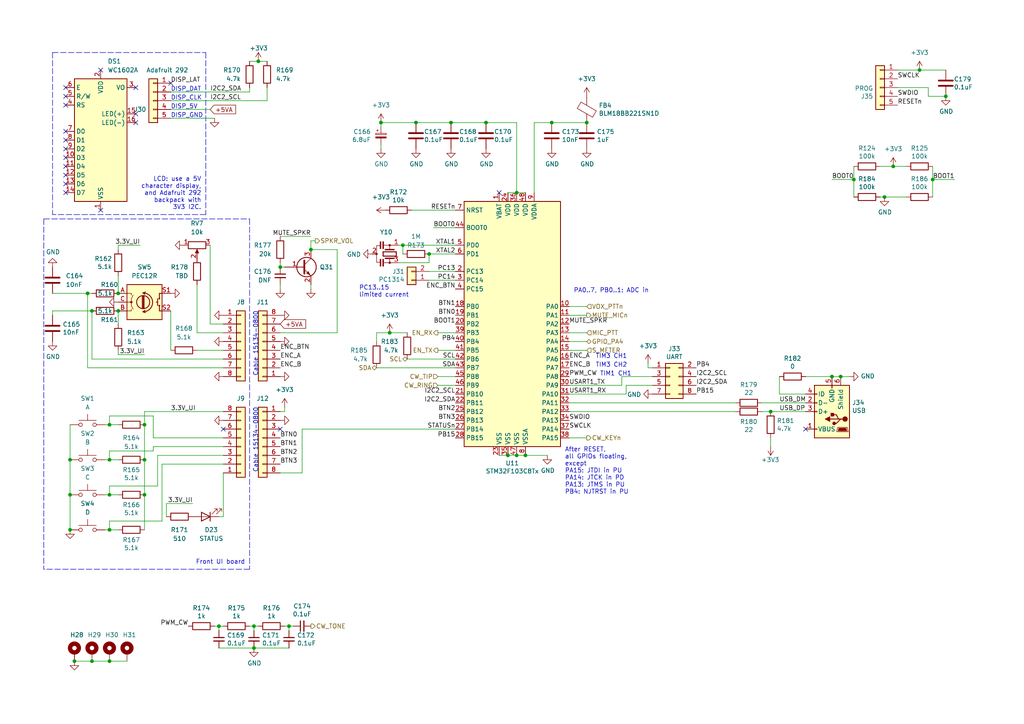
<source format=kicad_sch>
(kicad_sch (version 20211123) (generator eeschema)

  (uuid 5367a494-64b6-4f8c-adca-814c4b88525b)

  (paper "A4")

  (title_block
    (title "DART-70 TRX")
    (date "2023-02-18")
    (rev "0")
    (company "HB9EGM")
    (comment 1 "A 4m Band SSB/CW Transceiver")
    (comment 2 "User interface")
  )

  

  (junction (at 247.65 52.07) (diameter 0) (color 0 0 0 0)
    (uuid 0866ee23-d486-4d3a-a64d-98814c5ef163)
  )
  (junction (at 259.08 48.26) (diameter 0) (color 0 0 0 0)
    (uuid 0a368386-18d2-4ef6-8165-200b72a998f5)
  )
  (junction (at 31.75 153.67) (diameter 0) (color 0 0 0 0)
    (uuid 0f80f31f-72b7-4a12-98d4-1ab91816cb66)
  )
  (junction (at 34.29 85.09) (diameter 0) (color 0 0 0 0)
    (uuid 1276659c-ff14-4940-b214-e27c5bbbd628)
  )
  (junction (at 31.75 123.19) (diameter 0) (color 0 0 0 0)
    (uuid 1b4d93c0-b76c-47a2-869f-90d3a6551a1b)
  )
  (junction (at 26.67 90.17) (diameter 0) (color 0 0 0 0)
    (uuid 1d8e009c-7943-40d7-8021-ed1bc658a4c2)
  )
  (junction (at 223.52 119.38) (diameter 0) (color 0 0 0 0)
    (uuid 2a891096-042c-4004-b161-8bd2c0b59fd7)
  )
  (junction (at 266.7 20.32) (diameter 0) (color 0 0 0 0)
    (uuid 3a3e423a-0c3f-40d0-bc24-f2fd6c41cc34)
  )
  (junction (at 149.86 55.88) (diameter 0) (color 0 0 0 0)
    (uuid 3b398e0a-4c10-4dcc-aa1f-5dcd51a576d9)
  )
  (junction (at 20.32 143.51) (diameter 0) (color 0 0 0 0)
    (uuid 3e97b4b6-51fe-4831-8963-04e554d396f4)
  )
  (junction (at 243.84 109.22) (diameter 0) (color 0 0 0 0)
    (uuid 3f43b8cc-e232-4de4-a8bc-56a1a1c0a87a)
  )
  (junction (at 124.46 73.66) (diameter 0) (color 0 0 0 0)
    (uuid 418a0e9c-c95f-4d4a-a88f-ec13faf3303c)
  )
  (junction (at 31.75 133.35) (diameter 0) (color 0 0 0 0)
    (uuid 43b68646-b8ec-4be3-a413-276bb49b62bd)
  )
  (junction (at 130.81 35.56) (diameter 0) (color 0 0 0 0)
    (uuid 463e71c6-e035-4ed0-9a41-c3c9633f2c78)
  )
  (junction (at 90.17 72.39) (diameter 0) (color 0 0 0 0)
    (uuid 4aeb06a7-de87-4606-9e7f-a948ca11c315)
  )
  (junction (at 74.93 17.78) (diameter 0) (color 0 0 0 0)
    (uuid 506b584a-7a0c-4748-9a0a-fd2df4f10b53)
  )
  (junction (at 31.75 191.77) (diameter 0) (color 0 0 0 0)
    (uuid 59cde6dd-9dca-42cc-926a-90d90b278d0e)
  )
  (junction (at 20.32 133.35) (diameter 0) (color 0 0 0 0)
    (uuid 60f9aea0-5552-4cff-adfd-7e3333a6c431)
  )
  (junction (at 256.54 57.15) (diameter 0) (color 0 0 0 0)
    (uuid 6d4ae51e-8ca2-4932-9759-eaa3b5ce6b35)
  )
  (junction (at 149.86 132.08) (diameter 0) (color 0 0 0 0)
    (uuid 70b621b6-45b5-43cb-9683-d589118723d7)
  )
  (junction (at 147.32 132.08) (diameter 0) (color 0 0 0 0)
    (uuid 73e2a101-0bc0-414b-9aa7-7eeb8a3caef1)
  )
  (junction (at 120.65 35.56) (diameter 0) (color 0 0 0 0)
    (uuid 752fa345-d8be-4e99-aad1-e88671f99643)
  )
  (junction (at 160.02 35.56) (diameter 0) (color 0 0 0 0)
    (uuid 77b09fa1-fbbb-49ab-94c4-069660b694ff)
  )
  (junction (at 73.66 187.96) (diameter 0) (color 0 0 0 0)
    (uuid 782b86fa-ef9f-4c16-a991-b44a80f0f0c3)
  )
  (junction (at 110.49 35.56) (diameter 0) (color 0 0 0 0)
    (uuid 7a569be9-30d3-40a6-bcfb-48572e4d943e)
  )
  (junction (at 63.5 181.61) (diameter 0) (color 0 0 0 0)
    (uuid 7efaeda2-e767-44b9-adb2-3a0c3f4d2f1d)
  )
  (junction (at 25.4 85.09) (diameter 0) (color 0 0 0 0)
    (uuid 862cd780-bf4e-4e2e-bb26-0952d83f334b)
  )
  (junction (at 83.82 181.61) (diameter 0) (color 0 0 0 0)
    (uuid 8847e751-6992-4f80-92c5-c3bef4b5dbf6)
  )
  (junction (at 116.84 71.12) (diameter 0) (color 0 0 0 0)
    (uuid 8c497335-9f19-4d8f-81b9-d3f6e5560190)
  )
  (junction (at 241.3 109.22) (diameter 0) (color 0 0 0 0)
    (uuid 9801ccc8-5152-40bb-932d-67072f8cd8ad)
  )
  (junction (at 26.67 191.77) (diameter 0) (color 0 0 0 0)
    (uuid 98560b74-a1df-4f18-9056-9d04ee495b97)
  )
  (junction (at 140.97 35.56) (diameter 0) (color 0 0 0 0)
    (uuid 9cb0289b-897f-4a33-9575-6ead0989832a)
  )
  (junction (at 41.91 133.35) (diameter 0) (color 0 0 0 0)
    (uuid a306cb94-6ff0-43dc-b3ff-609bd041f651)
  )
  (junction (at 270.51 52.07) (diameter 0) (color 0 0 0 0)
    (uuid aa21b640-c66c-4373-8449-938440dd5f1c)
  )
  (junction (at 73.66 181.61) (diameter 0) (color 0 0 0 0)
    (uuid b2ecb88a-4c09-46d5-b24a-de38dbb48f75)
  )
  (junction (at 41.91 143.51) (diameter 0) (color 0 0 0 0)
    (uuid b47512f5-ddb1-4f6a-a01f-993a149ffa47)
  )
  (junction (at 152.4 132.08) (diameter 0) (color 0 0 0 0)
    (uuid b7e9cf10-b74e-4e80-a7f1-e33a29fe56de)
  )
  (junction (at 20.32 153.67) (diameter 0) (color 0 0 0 0)
    (uuid be9a62f2-23dd-41df-91a7-1f4ac377faf3)
  )
  (junction (at 81.28 77.47) (diameter 0) (color 0 0 0 0)
    (uuid c21d43cd-6a5c-49e4-8e47-27ce04de320c)
  )
  (junction (at 34.29 90.17) (diameter 0) (color 0 0 0 0)
    (uuid c2d3f10b-b9a2-4cb9-979d-644e3566b349)
  )
  (junction (at 21.59 191.77) (diameter 0) (color 0 0 0 0)
    (uuid c700ac3f-55c1-4328-ac50-f1d2cfb94ee9)
  )
  (junction (at 41.91 123.19) (diameter 0) (color 0 0 0 0)
    (uuid cc016ca4-b9a4-4d80-91ba-91d6e0df5bcc)
  )
  (junction (at 170.18 35.56) (diameter 0) (color 0 0 0 0)
    (uuid e1640c92-0a7b-4990-ae42-e9436c2a460d)
  )
  (junction (at 31.75 143.51) (diameter 0) (color 0 0 0 0)
    (uuid e4389c4e-c952-4182-9a64-3fb2a72a1786)
  )
  (junction (at 274.32 27.94) (diameter 0) (color 0 0 0 0)
    (uuid ed74c2b7-a3ac-4886-84f5-377b5e1bbbfc)
  )
  (junction (at 113.03 96.52) (diameter 0) (color 0 0 0 0)
    (uuid ff6d9fdb-84d0-4d1c-a636-19102cb32ce0)
  )

  (no_connect (at 19.05 30.48) (uuid 27a098aa-a54a-4603-8a04-fe8def00e684))
  (no_connect (at 19.05 25.4) (uuid 32b8b153-c903-4741-ad0e-f8d9602e50e4))
  (no_connect (at 39.37 33.02) (uuid 342988be-16c5-4d72-82f4-e65b4c5f0a23))
  (no_connect (at 233.68 124.46) (uuid 487ede9d-e4e2-47c1-b417-084ff862638c))
  (no_connect (at 19.05 45.72) (uuid 4f2980f5-7c43-4875-a7d2-8b8b265a1e46))
  (no_connect (at 19.05 40.64) (uuid 5187d1a9-67b2-40c1-a07c-4e0e8a38791d))
  (no_connect (at 39.37 35.56) (uuid 54760758-af89-4a41-a60d-e1b689c5006e))
  (no_connect (at 29.21 20.32) (uuid 5e0f13bf-804a-411e-8f5a-2678db83e4a0))
  (no_connect (at 19.05 38.1) (uuid 657b9520-f4f5-4bbd-96e9-e7037197e3d3))
  (no_connect (at 19.05 53.34) (uuid 68b3df11-6847-4453-820a-85d602ac575b))
  (no_connect (at 19.05 43.18) (uuid 7470b900-3f1e-497f-b369-8aad981a3392))
  (no_connect (at 29.21 60.96) (uuid 94d11b9d-6eb0-4385-9ae1-ddcc32221de4))
  (no_connect (at 64.77 124.46) (uuid 97f1f936-6338-435b-9ef9-aec774f20ae4))
  (no_connect (at 19.05 48.26) (uuid 98bce542-8d71-44ac-8b06-d20ab5e9152b))
  (no_connect (at 19.05 55.88) (uuid 9a013d10-199f-4d04-bd4c-941faf08d324))
  (no_connect (at 144.78 55.88) (uuid b1a7eebe-6925-4250-9db7-8e9e0fa6cd98))
  (no_connect (at 19.05 27.94) (uuid cbf32607-4f05-4315-90ea-7b1ad43a34e7))
  (no_connect (at 81.28 124.46) (uuid cc85f8ed-c988-4cab-b80d-996d4642fae0))
  (no_connect (at 49.53 24.13) (uuid d201603c-e100-4dec-85ec-f4b2f2d1beac))
  (no_connect (at 39.37 25.4) (uuid e52ceaab-2ff4-49eb-abf8-ad8d6eddfba5))
  (no_connect (at 19.05 50.8) (uuid e57a82f1-c1a2-475f-b5ba-dfeed83c5d9b))

  (wire (pts (xy 165.1 119.38) (xy 213.36 119.38))
    (stroke (width 0) (type default) (color 0 0 0 0))
    (uuid 006bc43b-d3a8-4a38-a8dc-5a24da3f9b4d)
  )
  (wire (pts (xy 49.53 26.67) (xy 72.39 26.67))
    (stroke (width 0) (type default) (color 0 0 0 0))
    (uuid 0172fa94-4b7c-4d5e-bde6-27bb171b91e9)
  )
  (wire (pts (xy 63.5 149.86) (xy 64.77 149.86))
    (stroke (width 0) (type default) (color 0 0 0 0))
    (uuid 01bec52d-63c5-49e5-955c-569d1162d97f)
  )
  (wire (pts (xy 34.29 71.12) (xy 40.64 71.12))
    (stroke (width 0) (type default) (color 0 0 0 0))
    (uuid 0242d9ef-e4f8-46fc-9a77-e91737006838)
  )
  (wire (pts (xy 60.96 71.12) (xy 60.96 93.98))
    (stroke (width 0) (type default) (color 0 0 0 0))
    (uuid 02f4b20d-c9a8-4969-8fae-b3557e58a4d5)
  )
  (wire (pts (xy 34.29 93.98) (xy 34.29 90.17))
    (stroke (width 0) (type default) (color 0 0 0 0))
    (uuid 035870a0-33fd-4542-9093-58d01a043d61)
  )
  (wire (pts (xy 119.38 60.96) (xy 132.08 60.96))
    (stroke (width 0) (type default) (color 0 0 0 0))
    (uuid 0454b0ed-4e94-46b1-9058-7210ddee62e4)
  )
  (wire (pts (xy 34.29 101.6) (xy 34.29 102.87))
    (stroke (width 0) (type default) (color 0 0 0 0))
    (uuid 075e8b22-aaf4-4757-89b3-6249642534f1)
  )
  (wire (pts (xy 170.18 127) (xy 165.1 127))
    (stroke (width 0) (type default) (color 0 0 0 0))
    (uuid 092bd70b-48e0-45b7-9940-021b2d382881)
  )
  (wire (pts (xy 44.45 120.65) (xy 31.75 120.65))
    (stroke (width 0) (type default) (color 0 0 0 0))
    (uuid 09f2736c-9021-4d8c-8548-ee1072a97795)
  )
  (wire (pts (xy 165.1 88.9) (xy 170.18 88.9))
    (stroke (width 0) (type default) (color 0 0 0 0))
    (uuid 09f67069-9731-43ad-9896-f538c04ef5ba)
  )
  (wire (pts (xy 15.24 91.44) (xy 15.24 90.17))
    (stroke (width 0) (type default) (color 0 0 0 0))
    (uuid 1021e01a-7480-4604-9b82-a8d70899e83d)
  )
  (wire (pts (xy 34.29 133.35) (xy 31.75 133.35))
    (stroke (width 0) (type default) (color 0 0 0 0))
    (uuid 10acd6cf-9aa0-464b-9051-98ec9eb1cee0)
  )
  (wire (pts (xy 48.26 146.05) (xy 55.88 146.05))
    (stroke (width 0) (type default) (color 0 0 0 0))
    (uuid 11719fed-d88d-4530-9c26-831b28b31b78)
  )
  (wire (pts (xy 64.77 132.08) (xy 45.72 132.08))
    (stroke (width 0) (type default) (color 0 0 0 0))
    (uuid 117ea635-ba04-4738-95f8-db64471b3c10)
  )
  (wire (pts (xy 165.1 116.84) (xy 213.36 116.84))
    (stroke (width 0) (type default) (color 0 0 0 0))
    (uuid 11b49d13-b047-4242-be65-9a9b1c80ec58)
  )
  (wire (pts (xy 127 101.6) (xy 132.08 101.6))
    (stroke (width 0) (type default) (color 0 0 0 0))
    (uuid 1627b889-41c1-4638-81bb-2059620a165d)
  )
  (wire (pts (xy 127 111.76) (xy 132.08 111.76))
    (stroke (width 0) (type default) (color 0 0 0 0))
    (uuid 166aacf9-9169-4bbe-a203-0c1180fa7c79)
  )
  (wire (pts (xy 266.7 20.32) (xy 274.32 20.32))
    (stroke (width 0) (type default) (color 0 0 0 0))
    (uuid 183d445a-de65-4a66-9059-9ba25be6a94a)
  )
  (wire (pts (xy 21.59 191.77) (xy 26.67 191.77))
    (stroke (width 0) (type default) (color 0 0 0 0))
    (uuid 1998e0d6-130d-4ba8-96ae-888a1f6e3081)
  )
  (wire (pts (xy 110.49 41.91) (xy 110.49 43.18))
    (stroke (width 0) (type default) (color 0 0 0 0))
    (uuid 1a795a6f-1bc6-41fb-82d7-5ae528094d84)
  )
  (wire (pts (xy 270.51 52.07) (xy 276.86 52.07))
    (stroke (width 0) (type default) (color 0 0 0 0))
    (uuid 1aa1dab1-f1aa-419d-8e2b-8cd33b1239aa)
  )
  (wire (pts (xy 90.17 69.85) (xy 91.44 69.85))
    (stroke (width 0) (type default) (color 0 0 0 0))
    (uuid 1d79b872-4247-447b-8107-559d53ddd5a5)
  )
  (wire (pts (xy 130.81 35.56) (xy 140.97 35.56))
    (stroke (width 0) (type default) (color 0 0 0 0))
    (uuid 2330a65f-a667-4564-b2ea-fd267508069a)
  )
  (wire (pts (xy 260.35 20.32) (xy 266.7 20.32))
    (stroke (width 0) (type default) (color 0 0 0 0))
    (uuid 23425199-2ac8-404e-b295-8bb0276f526e)
  )
  (wire (pts (xy 189.23 111.76) (xy 181.61 111.76))
    (stroke (width 0) (type default) (color 0 0 0 0))
    (uuid 238ce6dc-0557-409a-ab04-93448fccaac4)
  )
  (wire (pts (xy 160.02 35.56) (xy 154.94 35.56))
    (stroke (width 0) (type default) (color 0 0 0 0))
    (uuid 23d269d6-d694-442a-bf5d-98bf3544fc31)
  )
  (wire (pts (xy 269.24 25.4) (xy 269.24 27.94))
    (stroke (width 0) (type default) (color 0 0 0 0))
    (uuid 2480dd87-1dff-4a50-81a2-52ef161ac45c)
  )
  (wire (pts (xy 259.08 48.26) (xy 262.89 48.26))
    (stroke (width 0) (type default) (color 0 0 0 0))
    (uuid 24884ea9-449f-44bf-b800-4ed7c93ce21e)
  )
  (wire (pts (xy 63.5 181.61) (xy 63.5 182.88))
    (stroke (width 0) (type default) (color 0 0 0 0))
    (uuid 251435cb-df17-46ab-aac4-3d24ccac8db0)
  )
  (wire (pts (xy 109.22 106.68) (xy 132.08 106.68))
    (stroke (width 0) (type default) (color 0 0 0 0))
    (uuid 25892d42-97fc-44a1-b3ba-aeb16f99fc18)
  )
  (wire (pts (xy 223.52 119.38) (xy 233.68 119.38))
    (stroke (width 0) (type default) (color 0 0 0 0))
    (uuid 25ada721-670a-4020-ae0b-77410c4e375a)
  )
  (polyline (pts (xy 12.7 63.5) (xy 12.7 165.1))
    (stroke (width 0) (type default) (color 0 0 0 0))
    (uuid 2713b852-bf79-44b8-86d7-5e0782348c75)
  )

  (wire (pts (xy 34.29 123.19) (xy 31.75 123.19))
    (stroke (width 0) (type default) (color 0 0 0 0))
    (uuid 2965eaa9-5c83-4078-a673-05e36103f2d1)
  )
  (wire (pts (xy 26.67 104.14) (xy 64.77 104.14))
    (stroke (width 0) (type default) (color 0 0 0 0))
    (uuid 2b7ff33a-ec1c-46d5-8b84-ce602b213971)
  )
  (wire (pts (xy 127 109.22) (xy 132.08 109.22))
    (stroke (width 0) (type default) (color 0 0 0 0))
    (uuid 2bd08fdd-e559-4112-af36-bdef9848d0a6)
  )
  (wire (pts (xy 81.28 96.52) (xy 97.79 96.52))
    (stroke (width 0) (type default) (color 0 0 0 0))
    (uuid 2c6ad630-243d-427a-a5cf-bdab2e7e3ca0)
  )
  (wire (pts (xy 64.77 134.62) (xy 46.99 134.62))
    (stroke (width 0) (type default) (color 0 0 0 0))
    (uuid 2e004af1-24c2-4d3f-9cdf-8ffccd65096d)
  )
  (wire (pts (xy 57.15 82.55) (xy 57.15 96.52))
    (stroke (width 0) (type default) (color 0 0 0 0))
    (uuid 34bc620a-9d77-48b4-909a-ab4e80c66d2f)
  )
  (polyline (pts (xy 59.69 15.24) (xy 59.69 62.23))
    (stroke (width 0) (type default) (color 0 0 0 0))
    (uuid 36dbbb14-ed77-4633-af35-90660d2143f3)
  )

  (wire (pts (xy 120.65 35.56) (xy 130.81 35.56))
    (stroke (width 0) (type default) (color 0 0 0 0))
    (uuid 37e843e9-2538-4a91-9a9b-f536fa0a9e84)
  )
  (wire (pts (xy 64.77 127) (xy 44.45 127))
    (stroke (width 0) (type default) (color 0 0 0 0))
    (uuid 38d4be64-e2ca-4c77-8402-c0bcde2a8985)
  )
  (wire (pts (xy 247.65 52.07) (xy 247.65 57.15))
    (stroke (width 0) (type default) (color 0 0 0 0))
    (uuid 39fc171f-22e1-4125-a6fb-074be0f89972)
  )
  (wire (pts (xy 110.49 35.56) (xy 120.65 35.56))
    (stroke (width 0) (type default) (color 0 0 0 0))
    (uuid 3a013e8f-5b12-499b-8d2d-0ad49966db1a)
  )
  (wire (pts (xy 83.82 182.88) (xy 83.82 181.61))
    (stroke (width 0) (type default) (color 0 0 0 0))
    (uuid 3d927ca0-f4ad-42ab-b902-dfef8d84eebb)
  )
  (wire (pts (xy 270.51 52.07) (xy 270.51 57.15))
    (stroke (width 0) (type default) (color 0 0 0 0))
    (uuid 3ecb97a2-d71c-4514-8aef-66aafaac321d)
  )
  (wire (pts (xy 31.75 151.13) (xy 31.75 153.67))
    (stroke (width 0) (type default) (color 0 0 0 0))
    (uuid 3ecfdc85-ccb3-4449-a7de-24b5b9ff8623)
  )
  (wire (pts (xy 73.66 187.96) (xy 83.82 187.96))
    (stroke (width 0) (type default) (color 0 0 0 0))
    (uuid 3fc3a397-ec3a-4314-aa6a-44925ef4cbbe)
  )
  (polyline (pts (xy 15.24 15.24) (xy 59.69 15.24))
    (stroke (width 0) (type default) (color 0 0 0 0))
    (uuid 437ebe18-8f4c-4d60-9ade-e76424d17726)
  )

  (wire (pts (xy 83.82 181.61) (xy 85.09 181.61))
    (stroke (width 0) (type default) (color 0 0 0 0))
    (uuid 4736f749-4a0e-4a05-b1aa-d51f1c3fc23d)
  )
  (wire (pts (xy 160.02 35.56) (xy 170.18 35.56))
    (stroke (width 0) (type default) (color 0 0 0 0))
    (uuid 4829bee0-faa8-43f7-b2d7-8a6e5d1b3050)
  )
  (wire (pts (xy 34.29 80.01) (xy 34.29 85.09))
    (stroke (width 0) (type default) (color 0 0 0 0))
    (uuid 487cb37f-32e1-4fcc-b649-1ddd891984c5)
  )
  (wire (pts (xy 34.29 72.39) (xy 34.29 71.12))
    (stroke (width 0) (type default) (color 0 0 0 0))
    (uuid 4ac2ebce-bb4e-40ee-8aab-660b525d546b)
  )
  (wire (pts (xy 124.46 78.74) (xy 132.08 78.74))
    (stroke (width 0) (type default) (color 0 0 0 0))
    (uuid 4cd135a5-fdd1-4851-864a-dadf7c96d9ff)
  )
  (wire (pts (xy 20.32 123.19) (xy 20.32 133.35))
    (stroke (width 0) (type default) (color 0 0 0 0))
    (uuid 4d43e674-c1c0-4e11-b129-01108db367aa)
  )
  (wire (pts (xy 260.35 25.4) (xy 269.24 25.4))
    (stroke (width 0) (type default) (color 0 0 0 0))
    (uuid 4f69bb40-cbf2-45c5-8c23-3e0667e1f6c1)
  )
  (wire (pts (xy 165.1 114.3) (xy 181.61 114.3))
    (stroke (width 0) (type default) (color 0 0 0 0))
    (uuid 500298f6-b9ed-4e53-bde6-024545f1a90a)
  )
  (wire (pts (xy 44.45 129.54) (xy 44.45 130.81))
    (stroke (width 0) (type default) (color 0 0 0 0))
    (uuid 5340b604-f44f-4b11-a6bf-532ca4d65b6f)
  )
  (wire (pts (xy 165.1 99.06) (xy 170.18 99.06))
    (stroke (width 0) (type default) (color 0 0 0 0))
    (uuid 53b642b8-d876-4cba-97a5-d4c9c528a2c5)
  )
  (wire (pts (xy 74.93 17.78) (xy 72.39 17.78))
    (stroke (width 0) (type default) (color 0 0 0 0))
    (uuid 5650bed6-fa0f-4e0e-bc2c-475445b4cde8)
  )
  (wire (pts (xy 64.77 101.6) (xy 57.15 101.6))
    (stroke (width 0) (type default) (color 0 0 0 0))
    (uuid 58839379-e082-4fb4-906e-c6877a462c18)
  )
  (wire (pts (xy 34.29 143.51) (xy 31.75 143.51))
    (stroke (width 0) (type default) (color 0 0 0 0))
    (uuid 595e8034-8a59-4a5c-b366-f8604d8aa4da)
  )
  (wire (pts (xy 247.65 48.26) (xy 247.65 52.07))
    (stroke (width 0) (type default) (color 0 0 0 0))
    (uuid 5af71f61-4c88-4f07-8375-dac3a2ef186d)
  )
  (wire (pts (xy 110.49 35.56) (xy 110.49 36.83))
    (stroke (width 0) (type default) (color 0 0 0 0))
    (uuid 5e8f43a4-e869-473e-b093-0ec79ea19580)
  )
  (wire (pts (xy 226.06 114.3) (xy 233.68 114.3))
    (stroke (width 0) (type default) (color 0 0 0 0))
    (uuid 5f48357f-c353-4808-811f-74ed7ffaa7c6)
  )
  (wire (pts (xy 269.24 27.94) (xy 274.32 27.94))
    (stroke (width 0) (type default) (color 0 0 0 0))
    (uuid 61b6f2c4-b226-47d6-bbd8-9d67fcaf35c3)
  )
  (wire (pts (xy 256.54 57.15) (xy 262.89 57.15))
    (stroke (width 0) (type default) (color 0 0 0 0))
    (uuid 61e795c9-5bb5-48b3-b7a0-cb64f04c7adc)
  )
  (wire (pts (xy 49.53 101.6) (xy 49.53 90.17))
    (stroke (width 0) (type default) (color 0 0 0 0))
    (uuid 62bb59d5-9173-4472-8052-d1f9b5eb8ddd)
  )
  (wire (pts (xy 48.26 146.05) (xy 48.26 149.86))
    (stroke (width 0) (type default) (color 0 0 0 0))
    (uuid 653c064d-2952-4357-b6d2-6994eafa06e3)
  )
  (wire (pts (xy 34.29 153.67) (xy 31.75 153.67))
    (stroke (width 0) (type default) (color 0 0 0 0))
    (uuid 66d98295-60ac-4b7d-a181-3284b2b387bc)
  )
  (wire (pts (xy 124.46 76.2) (xy 124.46 73.66))
    (stroke (width 0) (type default) (color 0 0 0 0))
    (uuid 677a1070-c11b-49a9-8186-12e0a3e880b1)
  )
  (wire (pts (xy 77.47 29.21) (xy 77.47 25.4))
    (stroke (width 0) (type default) (color 0 0 0 0))
    (uuid 679e5b0e-a017-43d8-8845-79a886253d82)
  )
  (wire (pts (xy 26.67 191.77) (xy 31.75 191.77))
    (stroke (width 0) (type default) (color 0 0 0 0))
    (uuid 67a7995e-8784-42ca-a88d-2917f425f1b7)
  )
  (polyline (pts (xy 15.24 15.24) (xy 15.24 62.23))
    (stroke (width 0) (type default) (color 0 0 0 0))
    (uuid 6c1a4ff4-84d5-4723-9271-598658bada11)
  )

  (wire (pts (xy 165.1 111.76) (xy 180.34 111.76))
    (stroke (width 0) (type default) (color 0 0 0 0))
    (uuid 6f75ea3e-6135-44f5-9313-1aad839ab6f6)
  )
  (wire (pts (xy 31.75 153.67) (xy 30.48 153.67))
    (stroke (width 0) (type default) (color 0 0 0 0))
    (uuid 7015e2a0-a2e3-4f1d-a3b4-6e3232db9600)
  )
  (wire (pts (xy 74.93 17.78) (xy 77.47 17.78))
    (stroke (width 0) (type default) (color 0 0 0 0))
    (uuid 70fbc14f-75ce-4a72-aeed-887f01f7e9b7)
  )
  (wire (pts (xy 62.23 181.61) (xy 63.5 181.61))
    (stroke (width 0) (type default) (color 0 0 0 0))
    (uuid 742f6656-c86d-41c0-937e-ef6ded3bd482)
  )
  (wire (pts (xy 82.55 119.38) (xy 81.28 119.38))
    (stroke (width 0) (type default) (color 0 0 0 0))
    (uuid 759cc877-c951-4232-8801-84944e2711e0)
  )
  (wire (pts (xy 223.52 119.38) (xy 220.98 119.38))
    (stroke (width 0) (type default) (color 0 0 0 0))
    (uuid 771145ed-2e00-4172-ac95-37a36c6a35ce)
  )
  (wire (pts (xy 31.75 143.51) (xy 30.48 143.51))
    (stroke (width 0) (type default) (color 0 0 0 0))
    (uuid 79e9b764-7934-4c55-bbe2-66da90857ed4)
  )
  (wire (pts (xy 140.97 35.56) (xy 149.86 35.56))
    (stroke (width 0) (type default) (color 0 0 0 0))
    (uuid 7c1fd6fc-5c53-4ccb-a456-46fe6fc0bc71)
  )
  (wire (pts (xy 34.29 102.87) (xy 41.91 102.87))
    (stroke (width 0) (type default) (color 0 0 0 0))
    (uuid 7d0bbe80-0957-4d01-9233-f16ef102a13b)
  )
  (wire (pts (xy 82.55 181.61) (xy 83.82 181.61))
    (stroke (width 0) (type default) (color 0 0 0 0))
    (uuid 7d512d14-3ca4-4934-b506-eb07d268c7dc)
  )
  (wire (pts (xy 255.27 48.26) (xy 259.08 48.26))
    (stroke (width 0) (type default) (color 0 0 0 0))
    (uuid 7dd55760-37b2-4d89-b4f0-9a6e2271c608)
  )
  (wire (pts (xy 49.53 31.75) (xy 60.96 31.75))
    (stroke (width 0) (type default) (color 0 0 0 0))
    (uuid 7dea5b06-9728-4946-ac18-76df3b51d33b)
  )
  (wire (pts (xy 147.32 132.08) (xy 144.78 132.08))
    (stroke (width 0) (type default) (color 0 0 0 0))
    (uuid 7f2c9904-545b-4337-acd6-8707e0924818)
  )
  (wire (pts (xy 31.75 120.65) (xy 31.75 123.19))
    (stroke (width 0) (type default) (color 0 0 0 0))
    (uuid 7f70a162-654d-4a57-bc5d-a31cdfbe16ab)
  )
  (wire (pts (xy 243.84 109.22) (xy 241.3 109.22))
    (stroke (width 0) (type default) (color 0 0 0 0))
    (uuid 7fa098fb-b644-4e64-920e-8328b5d12f21)
  )
  (wire (pts (xy 270.51 48.26) (xy 270.51 52.07))
    (stroke (width 0) (type default) (color 0 0 0 0))
    (uuid 81d49193-5849-4589-9095-80c5e3a0c2bb)
  )
  (wire (pts (xy 41.91 133.35) (xy 41.91 123.19))
    (stroke (width 0) (type default) (color 0 0 0 0))
    (uuid 83b77b4d-dcc2-4e93-a5f3-1d1480646393)
  )
  (wire (pts (xy 82.55 118.11) (xy 82.55 119.38))
    (stroke (width 0) (type default) (color 0 0 0 0))
    (uuid 8531137a-1a8b-4272-8a2a-21ebe15116a8)
  )
  (wire (pts (xy 255.27 57.15) (xy 256.54 57.15))
    (stroke (width 0) (type default) (color 0 0 0 0))
    (uuid 875404be-e359-458a-af29-1bd3403dd55f)
  )
  (wire (pts (xy 170.18 96.52) (xy 165.1 96.52))
    (stroke (width 0) (type default) (color 0 0 0 0))
    (uuid 8916cfb5-5541-43a9-8e0e-951b776d485c)
  )
  (wire (pts (xy 90.17 69.85) (xy 90.17 72.39))
    (stroke (width 0) (type default) (color 0 0 0 0))
    (uuid 8c018d47-5ab9-4aea-a37a-71038b398265)
  )
  (wire (pts (xy 64.77 129.54) (xy 44.45 129.54))
    (stroke (width 0) (type default) (color 0 0 0 0))
    (uuid 8cad3c76-9d14-47b0-af16-b1d45fb7e210)
  )
  (wire (pts (xy 25.4 85.09) (xy 25.4 106.68))
    (stroke (width 0) (type default) (color 0 0 0 0))
    (uuid 8cc76f91-ded4-40ee-b697-880b3a291e2e)
  )
  (wire (pts (xy 20.32 143.51) (xy 20.32 153.67))
    (stroke (width 0) (type default) (color 0 0 0 0))
    (uuid 8d760ab7-cb5d-426a-b4aa-fb7e0964cb41)
  )
  (wire (pts (xy 113.03 96.52) (xy 118.11 96.52))
    (stroke (width 0) (type default) (color 0 0 0 0))
    (uuid 8eee2ea4-1445-45c5-abf0-47f99f0cf976)
  )
  (wire (pts (xy 73.66 181.61) (xy 74.93 181.61))
    (stroke (width 0) (type default) (color 0 0 0 0))
    (uuid 9004cee7-358e-4c08-9d64-a05f28a4e7b6)
  )
  (wire (pts (xy 15.24 85.09) (xy 25.4 85.09))
    (stroke (width 0) (type default) (color 0 0 0 0))
    (uuid 901dc96c-698d-427d-880a-ee46536a481f)
  )
  (wire (pts (xy 81.28 77.47) (xy 82.55 77.47))
    (stroke (width 0) (type default) (color 0 0 0 0))
    (uuid 91b93633-9d4a-4170-b7ca-34e2d5aedb1e)
  )
  (wire (pts (xy 124.46 73.66) (xy 132.08 73.66))
    (stroke (width 0) (type default) (color 0 0 0 0))
    (uuid 92cf4db4-2dba-4763-9cd8-3c7f8aff8f24)
  )
  (wire (pts (xy 124.46 76.2) (xy 115.57 76.2))
    (stroke (width 0) (type default) (color 0 0 0 0))
    (uuid 93b580d1-c2df-48c4-9d06-465ca9d3eebc)
  )
  (wire (pts (xy 31.75 130.81) (xy 31.75 133.35))
    (stroke (width 0) (type default) (color 0 0 0 0))
    (uuid 93da3a85-5fda-48d7-be90-2ac97d347c10)
  )
  (wire (pts (xy 31.75 133.35) (xy 30.48 133.35))
    (stroke (width 0) (type default) (color 0 0 0 0))
    (uuid 9a54de37-9a36-4361-8f2a-998faf1c0711)
  )
  (wire (pts (xy 87.63 124.46) (xy 132.08 124.46))
    (stroke (width 0) (type default) (color 0 0 0 0))
    (uuid 9c00f763-4387-4dca-9d2a-687600fcbd31)
  )
  (wire (pts (xy 220.98 116.84) (xy 233.68 116.84))
    (stroke (width 0) (type default) (color 0 0 0 0))
    (uuid 9f7324c5-50a2-442c-8a80-edf04aa2b2ac)
  )
  (wire (pts (xy 26.67 90.17) (xy 26.67 104.14))
    (stroke (width 0) (type default) (color 0 0 0 0))
    (uuid a17a454c-d5db-41e2-aad7-bb23416d3abb)
  )
  (wire (pts (xy 149.86 55.88) (xy 147.32 55.88))
    (stroke (width 0) (type default) (color 0 0 0 0))
    (uuid a32fe8ab-5810-40f6-8eab-48332c0ee5a0)
  )
  (wire (pts (xy 81.28 83.82) (xy 81.28 82.55))
    (stroke (width 0) (type default) (color 0 0 0 0))
    (uuid a6772870-a42e-49f8-bd4d-a35118c5fb87)
  )
  (wire (pts (xy 31.75 123.19) (xy 30.48 123.19))
    (stroke (width 0) (type default) (color 0 0 0 0))
    (uuid a8ec01c3-5395-47fc-8245-52f53884ef0c)
  )
  (wire (pts (xy 124.46 81.28) (xy 132.08 81.28))
    (stroke (width 0) (type default) (color 0 0 0 0))
    (uuid ab5db7e5-9de7-449f-b70b-9d0dd610b10b)
  )
  (wire (pts (xy 116.84 73.66) (xy 116.84 71.12))
    (stroke (width 0) (type default) (color 0 0 0 0))
    (uuid ac5a5c45-797a-4bbe-bfd5-5ce5a8aa3463)
  )
  (wire (pts (xy 109.22 99.06) (xy 109.22 96.52))
    (stroke (width 0) (type default) (color 0 0 0 0))
    (uuid acc086a0-e4a1-477e-a665-53709bdb472e)
  )
  (wire (pts (xy 81.28 76.2) (xy 81.28 77.47))
    (stroke (width 0) (type default) (color 0 0 0 0))
    (uuid ae0da676-b905-4af3-8d1e-af49105ca29d)
  )
  (wire (pts (xy 46.99 151.13) (xy 31.75 151.13))
    (stroke (width 0) (type default) (color 0 0 0 0))
    (uuid ae15e328-ecca-4103-8937-cab586d25863)
  )
  (wire (pts (xy 187.96 106.68) (xy 187.96 105.41))
    (stroke (width 0) (type default) (color 0 0 0 0))
    (uuid b02e051f-3ad1-4d09-a486-11f02dd3200d)
  )
  (wire (pts (xy 152.4 132.08) (xy 149.86 132.08))
    (stroke (width 0) (type default) (color 0 0 0 0))
    (uuid b05af61d-3c1d-44cf-aea2-61fd169c9d1a)
  )
  (wire (pts (xy 31.75 191.77) (xy 36.83 191.77))
    (stroke (width 0) (type default) (color 0 0 0 0))
    (uuid b28ba5b1-54d9-4597-94a4-3b5c7b5bab1e)
  )
  (wire (pts (xy 149.86 35.56) (xy 149.86 55.88))
    (stroke (width 0) (type default) (color 0 0 0 0))
    (uuid b3eebb03-af8c-48e8-a7d9-5ec3741206fa)
  )
  (polyline (pts (xy 72.39 63.5) (xy 72.39 165.1))
    (stroke (width 0) (type default) (color 0 0 0 0))
    (uuid b7352d31-f539-445c-ba3f-fbc1562b3d46)
  )

  (wire (pts (xy 181.61 111.76) (xy 181.61 114.3))
    (stroke (width 0) (type default) (color 0 0 0 0))
    (uuid b9fce689-53c2-4275-98d8-2c8da9bd740a)
  )
  (wire (pts (xy 116.84 71.12) (xy 115.57 71.12))
    (stroke (width 0) (type default) (color 0 0 0 0))
    (uuid ba80136a-34d0-4a97-a9c9-c43ab3f7be6e)
  )
  (wire (pts (xy 97.79 96.52) (xy 97.79 72.39))
    (stroke (width 0) (type default) (color 0 0 0 0))
    (uuid baa5fb47-0080-48ce-a6eb-0a22f840580d)
  )
  (wire (pts (xy 152.4 55.88) (xy 149.86 55.88))
    (stroke (width 0) (type default) (color 0 0 0 0))
    (uuid bade9875-e59b-4d52-b529-c48d7c265fc4)
  )
  (wire (pts (xy 81.28 137.16) (xy 87.63 137.16))
    (stroke (width 0) (type default) (color 0 0 0 0))
    (uuid bb740424-d759-4423-b2a5-0258d69ff2b8)
  )
  (wire (pts (xy 49.53 29.21) (xy 77.47 29.21))
    (stroke (width 0) (type default) (color 0 0 0 0))
    (uuid bc913ca4-9065-43d2-9d7f-c7073d14811d)
  )
  (wire (pts (xy 170.18 101.6) (xy 165.1 101.6))
    (stroke (width 0) (type default) (color 0 0 0 0))
    (uuid bcb9de97-da39-48c2-ba62-52171a3a19f8)
  )
  (wire (pts (xy 64.77 93.98) (xy 60.96 93.98))
    (stroke (width 0) (type default) (color 0 0 0 0))
    (uuid bcc6231b-fada-4e7b-994f-501a10edaac4)
  )
  (wire (pts (xy 118.11 104.14) (xy 132.08 104.14))
    (stroke (width 0) (type default) (color 0 0 0 0))
    (uuid bd09b87f-3171-467c-9c1b-9b264cb5811f)
  )
  (wire (pts (xy 45.72 132.08) (xy 45.72 140.97))
    (stroke (width 0) (type default) (color 0 0 0 0))
    (uuid bdc362f0-8353-4b85-a2e5-77a124b70e3e)
  )
  (wire (pts (xy 90.17 83.82) (xy 90.17 82.55))
    (stroke (width 0) (type default) (color 0 0 0 0))
    (uuid be3969cd-6eb6-46db-b717-5a91b206baa1)
  )
  (wire (pts (xy 46.99 134.62) (xy 46.99 151.13))
    (stroke (width 0) (type default) (color 0 0 0 0))
    (uuid bff5a479-d653-4ef3-9142-cd1c60af5e4c)
  )
  (wire (pts (xy 87.63 137.16) (xy 87.63 124.46))
    (stroke (width 0) (type default) (color 0 0 0 0))
    (uuid c11bad5b-a36f-48f7-a423-b6938509b64c)
  )
  (wire (pts (xy 25.4 85.09) (xy 26.67 85.09))
    (stroke (width 0) (type default) (color 0 0 0 0))
    (uuid c3bf758f-2f4a-44b5-89bd-399138aded84)
  )
  (wire (pts (xy 109.22 96.52) (xy 113.03 96.52))
    (stroke (width 0) (type default) (color 0 0 0 0))
    (uuid c4f64510-07d5-4ae3-902b-5d0e59c44376)
  )
  (wire (pts (xy 180.34 109.22) (xy 189.23 109.22))
    (stroke (width 0) (type default) (color 0 0 0 0))
    (uuid ca0eab8e-e3fd-464d-bb03-d1603b8a651b)
  )
  (wire (pts (xy 72.39 26.67) (xy 72.39 25.4))
    (stroke (width 0) (type default) (color 0 0 0 0))
    (uuid cf02db11-2ff8-4f79-b3e9-9802575ab786)
  )
  (polyline (pts (xy 72.39 165.1) (xy 12.7 165.1))
    (stroke (width 0) (type default) (color 0 0 0 0))
    (uuid d1139c2e-c886-424c-a875-a1901610c4d7)
  )

  (wire (pts (xy 154.94 35.56) (xy 154.94 55.88))
    (stroke (width 0) (type default) (color 0 0 0 0))
    (uuid d1ea7795-8403-4edb-b959-1b29f77ed16f)
  )
  (wire (pts (xy 26.67 90.17) (xy 15.24 90.17))
    (stroke (width 0) (type default) (color 0 0 0 0))
    (uuid d4d81f67-fac4-4771-8b7d-f2089683330d)
  )
  (wire (pts (xy 73.66 182.88) (xy 73.66 181.61))
    (stroke (width 0) (type default) (color 0 0 0 0))
    (uuid d8ebdeb0-2bbd-4a1b-a259-f95c97f44cbe)
  )
  (wire (pts (xy 72.39 181.61) (xy 73.66 181.61))
    (stroke (width 0) (type default) (color 0 0 0 0))
    (uuid dacfc6b2-f197-4446-86ee-d141533404be)
  )
  (wire (pts (xy 97.79 72.39) (xy 90.17 72.39))
    (stroke (width 0) (type default) (color 0 0 0 0))
    (uuid db2d81f3-23da-41d4-9b62-2e8fe838cf89)
  )
  (wire (pts (xy 246.38 109.22) (xy 243.84 109.22))
    (stroke (width 0) (type default) (color 0 0 0 0))
    (uuid dba4ad5b-8704-4fc8-9247-b9c4709cf1cf)
  )
  (wire (pts (xy 49.53 34.29) (xy 62.23 34.29))
    (stroke (width 0) (type default) (color 0 0 0 0))
    (uuid dc2567a8-f67d-423b-a6b0-f3bf10022eef)
  )
  (wire (pts (xy 132.08 71.12) (xy 116.84 71.12))
    (stroke (width 0) (type default) (color 0 0 0 0))
    (uuid dcbc5a2e-2561-4663-8736-09acc9fe0209)
  )
  (wire (pts (xy 63.5 187.96) (xy 73.66 187.96))
    (stroke (width 0) (type default) (color 0 0 0 0))
    (uuid ddcf9a83-0126-4df6-88fa-3363d508d3a6)
  )
  (wire (pts (xy 189.23 106.68) (xy 187.96 106.68))
    (stroke (width 0) (type default) (color 0 0 0 0))
    (uuid deadb616-b4aa-444c-a56e-5704f773e34d)
  )
  (wire (pts (xy 45.72 140.97) (xy 31.75 140.97))
    (stroke (width 0) (type default) (color 0 0 0 0))
    (uuid dece3cbd-7376-4a8b-8f30-175b2548ec21)
  )
  (wire (pts (xy 44.45 130.81) (xy 31.75 130.81))
    (stroke (width 0) (type default) (color 0 0 0 0))
    (uuid df1810e4-d2b1-4c4a-a469-1d3279013048)
  )
  (polyline (pts (xy 12.7 63.5) (xy 72.39 63.5))
    (stroke (width 0) (type default) (color 0 0 0 0))
    (uuid e1153486-162b-4507-b81c-3c8ab418a121)
  )

  (wire (pts (xy 158.75 132.08) (xy 152.4 132.08))
    (stroke (width 0) (type default) (color 0 0 0 0))
    (uuid e382fedc-c868-44fd-9740-47cc05b15c1c)
  )
  (wire (pts (xy 170.18 91.44) (xy 165.1 91.44))
    (stroke (width 0) (type default) (color 0 0 0 0))
    (uuid e4a40ea1-de8c-4913-8d95-0a86c0054fcc)
  )
  (wire (pts (xy 226.06 109.22) (xy 226.06 114.3))
    (stroke (width 0) (type default) (color 0 0 0 0))
    (uuid e584287a-6232-40cf-a082-8dea5986b945)
  )
  (wire (pts (xy 63.5 181.61) (xy 64.77 181.61))
    (stroke (width 0) (type default) (color 0 0 0 0))
    (uuid e68fac9b-3de3-4acb-9bb0-3dee3685df22)
  )
  (wire (pts (xy 180.34 111.76) (xy 180.34 109.22))
    (stroke (width 0) (type default) (color 0 0 0 0))
    (uuid e7130644-c4ae-4f9d-997d-5b4fa9d09578)
  )
  (wire (pts (xy 127 96.52) (xy 132.08 96.52))
    (stroke (width 0) (type default) (color 0 0 0 0))
    (uuid e719e133-06c8-48a5-8b34-3a33eec285a2)
  )
  (polyline (pts (xy 59.69 62.23) (xy 15.24 62.23))
    (stroke (width 0) (type default) (color 0 0 0 0))
    (uuid e8e850c4-7708-4bbf-84e9-a768c6d278e3)
  )

  (wire (pts (xy 223.52 129.54) (xy 223.52 127))
    (stroke (width 0) (type default) (color 0 0 0 0))
    (uuid e96fb2f4-eacc-40ed-bf61-c56b99b120c0)
  )
  (wire (pts (xy 44.45 127) (xy 44.45 120.65))
    (stroke (width 0) (type default) (color 0 0 0 0))
    (uuid e9b295a5-cdeb-4da6-bdd9-19728b2c98e4)
  )
  (wire (pts (xy 90.17 68.58) (xy 81.28 68.58))
    (stroke (width 0) (type default) (color 0 0 0 0))
    (uuid eaa232ae-0357-4d6f-87b8-c4745ba4beae)
  )
  (wire (pts (xy 64.77 149.86) (xy 64.77 137.16))
    (stroke (width 0) (type default) (color 0 0 0 0))
    (uuid eb0a63f4-b906-442b-93ec-ffece07fdfe0)
  )
  (wire (pts (xy 41.91 153.67) (xy 41.91 143.51))
    (stroke (width 0) (type default) (color 0 0 0 0))
    (uuid eb5c3818-51cd-4092-a6a2-1d306912382e)
  )
  (wire (pts (xy 125.73 66.04) (xy 132.08 66.04))
    (stroke (width 0) (type default) (color 0 0 0 0))
    (uuid ed265626-f6f5-4029-beb9-f6ad275e86b5)
  )
  (wire (pts (xy 41.91 143.51) (xy 41.91 133.35))
    (stroke (width 0) (type default) (color 0 0 0 0))
    (uuid ee955228-8cba-41df-9590-142549e57cef)
  )
  (wire (pts (xy 25.4 106.68) (xy 64.77 106.68))
    (stroke (width 0) (type default) (color 0 0 0 0))
    (uuid f0f2fa4c-2880-427e-a24f-022d6c3aded4)
  )
  (wire (pts (xy 41.91 119.38) (xy 64.77 119.38))
    (stroke (width 0) (type default) (color 0 0 0 0))
    (uuid f195bef5-4865-4edb-b1c1-1159dcbcf864)
  )
  (wire (pts (xy 31.75 140.97) (xy 31.75 143.51))
    (stroke (width 0) (type default) (color 0 0 0 0))
    (uuid f4034db7-8854-4045-b7b2-1e1c9b9e34c1)
  )
  (wire (pts (xy 149.86 132.08) (xy 147.32 132.08))
    (stroke (width 0) (type default) (color 0 0 0 0))
    (uuid f46f4b86-daf6-4869-98cb-928039f00f5f)
  )
  (wire (pts (xy 241.3 109.22) (xy 233.68 109.22))
    (stroke (width 0) (type default) (color 0 0 0 0))
    (uuid f6c96c0d-4cf7-4e5a-ad96-cb52e5fda138)
  )
  (wire (pts (xy 41.91 119.38) (xy 41.91 123.19))
    (stroke (width 0) (type default) (color 0 0 0 0))
    (uuid f7ab66cc-203f-4754-b8dc-ece5fbc39d5d)
  )
  (wire (pts (xy 20.32 133.35) (xy 20.32 143.51))
    (stroke (width 0) (type default) (color 0 0 0 0))
    (uuid f928df12-b33b-4d6e-8a51-572bf83802ca)
  )
  (wire (pts (xy 241.3 52.07) (xy 247.65 52.07))
    (stroke (width 0) (type default) (color 0 0 0 0))
    (uuid faac2d32-2379-4b8f-8acf-c85798bc06e6)
  )
  (wire (pts (xy 57.15 96.52) (xy 64.77 96.52))
    (stroke (width 0) (type default) (color 0 0 0 0))
    (uuid fea67a82-098b-48c6-940d-5cd9df757cce)
  )

  (text "TODO\n\nDone\nMove STM32 to main board\nReplace connector by footprints for buttons, encoder and display\nCheck how I finally did CW on Picardy 2020\nAdd cable between main board and control"
    (at 1.27 -15.24 0)
    (effects (font (size 3 3)) (justify left bottom))
    (uuid 1154c567-1e30-4104-a3b9-6b57e1efe0f8)
  )
  (text "DISP_5V" (at 49.53 31.75 0)
    (effects (font (size 1.27 1.27)) (justify left bottom))
    (uuid 1ae70af6-ac4a-4a28-aff8-9077e17e3e61)
  )
  (text "DISP_GND" (at 49.53 34.29 0)
    (effects (font (size 1.27 1.27)) (justify left bottom))
    (uuid 2a4a455a-d851-42f3-92ae-dce395b66e62)
  )
  (text "After RESET,\nall GPIOs floating,\nexcept\nPA15: JTDI in PU\nPA14: JTCK in PD\nPA13: JTMS in PU\nPB4: NJTRST in PU"
    (at 163.83 143.51 0)
    (effects (font (size 1.27 1.27)) (justify left bottom))
    (uuid 4585c64e-96ad-4886-8cc1-623266bf73bf)
  )
  (text "TIM1 CH1" (at 173.99 109.22 0)
    (effects (font (size 1.27 1.27)) (justify left bottom))
    (uuid 49389a66-8741-452b-8284-834f65c51e1b)
  )
  (text "Cable 15134-0800" (at 74.93 109.22 90)
    (effects (font (size 1.27 1.27)) (justify left bottom))
    (uuid 7b631093-e11c-49b0-a46a-633c5ceda110)
  )
  (text "TIM3 CH1" (at 172.72 104.14 0)
    (effects (font (size 1.27 1.27)) (justify left bottom))
    (uuid 7ea15999-0781-4c2e-a266-2adaf5a39946)
  )
  (text "Front UI board" (at 71.12 163.83 180)
    (effects (font (size 1.27 1.27)) (justify right bottom))
    (uuid 8d92f97b-74a7-43f9-9feb-d6e333f8a974)
  )
  (text "LCD: use a 5V\ncharacter display,\nand Adafruit 292\nbackpack with\n3V3 I2C.\n"
    (at 58.42 60.96 180)
    (effects (font (size 1.27 1.27)) (justify right bottom))
    (uuid 957effad-d1d8-4a6b-8428-056683589978)
  )
  (text "TIM3 CH2" (at 172.72 106.68 0)
    (effects (font (size 1.27 1.27)) (justify left bottom))
    (uuid a632aa3e-0113-4f5d-90b5-27bac9ed8392)
  )
  (text "PC13..15\nlimited current" (at 104.14 86.36 0)
    (effects (font (size 1.27 1.27)) (justify left bottom))
    (uuid d5605fa7-538d-473c-8da8-4e6409672b1d)
  )
  (text "Cable 15134-0800" (at 74.93 137.16 90)
    (effects (font (size 1.27 1.27)) (justify left bottom))
    (uuid dd938c83-7076-4e3c-82e0-49322a91ed68)
  )
  (text "DISP_DAT" (at 49.53 26.67 0)
    (effects (font (size 1.27 1.27)) (justify left bottom))
    (uuid e1ee8c3a-d18b-43d4-92e4-74a5b6e689c1)
  )
  (text "PA0..7, PB0..1: ADC in" (at 166.37 85.09 0)
    (effects (font (size 1.27 1.27)) (justify left bottom))
    (uuid fb6ae0ae-5f09-42f3-a277-43e9524a252b)
  )
  (text "DISP_CLK" (at 49.53 29.21 0)
    (effects (font (size 1.27 1.27)) (justify left bottom))
    (uuid fd29d2ff-b67b-4b37-95fa-5b64b72e1a7d)
  )

  (label "USB_DP" (at 226.06 119.38 0)
    (effects (font (size 1.27 1.27)) (justify left bottom))
    (uuid 0157ed9d-375b-4b39-a7c1-9cb08dcf67bf)
  )
  (label "USART1_RX" (at 165.1 114.3 0)
    (effects (font (size 1.27 1.27)) (justify left bottom))
    (uuid 0470f6f8-3373-4410-9688-3749de7c241a)
  )
  (label "SDA" (at 132.08 106.68 180)
    (effects (font (size 1.27 1.27)) (justify right bottom))
    (uuid 0886377c-acad-41ba-a045-1d436eadaaab)
  )
  (label "3.3V_UI" (at 41.91 102.87 180)
    (effects (font (size 1.27 1.27)) (justify right bottom))
    (uuid 0b2c254c-035e-4b52-9889-bbb048995de9)
  )
  (label "BTN1" (at 132.08 88.9 180)
    (effects (font (size 1.27 1.27)) (justify right bottom))
    (uuid 0ece2b87-02c1-4250-9204-efdee0b5a9d0)
  )
  (label "PB15" (at 201.93 114.3 0)
    (effects (font (size 1.27 1.27)) (justify left bottom))
    (uuid 1c36527b-20ab-4863-8486-3913ee2e57f4)
  )
  (label "3.3V_UI" (at 55.88 146.05 180)
    (effects (font (size 1.27 1.27)) (justify right bottom))
    (uuid 1df87102-6570-4cc8-9930-cfb8a8d46ff8)
  )
  (label "3.3V_UI" (at 40.64 71.12 180)
    (effects (font (size 1.27 1.27)) (justify right bottom))
    (uuid 3436c674-fa5d-4fce-9d91-c53bfa7b82ff)
  )
  (label "BOOT1" (at 276.86 52.07 180)
    (effects (font (size 1.27 1.27)) (justify right bottom))
    (uuid 3a41f6b2-d64e-4fc9-9c78-62461e28f42c)
  )
  (label "BTN2" (at 132.08 119.38 180)
    (effects (font (size 1.27 1.27)) (justify right bottom))
    (uuid 3fcf515a-b2e5-4769-a263-706606d34687)
  )
  (label "I2C2_SDA" (at 201.93 111.76 0)
    (effects (font (size 1.27 1.27)) (justify left bottom))
    (uuid 474da0bb-a80f-4ce4-b14e-5f26d8f31e91)
  )
  (label "USB_DM" (at 226.06 116.84 0)
    (effects (font (size 1.27 1.27)) (justify left bottom))
    (uuid 496eb987-d081-4e1e-a63a-28ee1d48f2f8)
  )
  (label "PB15" (at 132.08 127 180)
    (effects (font (size 1.27 1.27)) (justify right bottom))
    (uuid 4c756fc2-8fde-4459-8921-e1db5a89f1ba)
  )
  (label "SWDIO" (at 165.1 121.92 0)
    (effects (font (size 1.27 1.27)) (justify left bottom))
    (uuid 502090da-c5a3-4316-9f8a-2de92274b2b8)
  )
  (label "MUTE_SPKR" (at 165.1 93.98 0)
    (effects (font (size 1.27 1.27)) (justify left bottom))
    (uuid 57b815ce-1f83-4176-9946-50c52170481e)
  )
  (label "ENC_BTN" (at 132.08 83.82 180)
    (effects (font (size 1.27 1.27)) (justify right bottom))
    (uuid 588d3cbf-6c0a-4102-8f72-574f6ea20133)
  )
  (label "I2C2_SCL" (at 201.93 109.22 0)
    (effects (font (size 1.27 1.27)) (justify left bottom))
    (uuid 5900b9d3-f54e-4689-953a-e125f5f9fa71)
  )
  (label "SCL" (at 132.08 104.14 180)
    (effects (font (size 1.27 1.27)) (justify right bottom))
    (uuid 5bd9bd00-e17c-4137-8daf-974f4e7eb479)
  )
  (label "XTAL2" (at 132.08 73.66 180)
    (effects (font (size 1.27 1.27)) (justify right bottom))
    (uuid 5c5b3284-d7e2-4069-8087-eaf4a8346272)
  )
  (label "ENC_B" (at 81.28 106.68 0)
    (effects (font (size 1.27 1.27)) (justify left bottom))
    (uuid 5e4e2554-e691-40cb-837f-552b7d5bc858)
  )
  (label "3.3V_UI" (at 49.53 119.38 0)
    (effects (font (size 1.27 1.27)) (justify left bottom))
    (uuid 62ac7083-8caf-45e9-8895-1c0309ab5c83)
  )
  (label "I2C2_SDA" (at 132.08 116.84 180)
    (effects (font (size 1.27 1.27)) (justify right bottom))
    (uuid 6c1d0ff6-53d9-4a5b-89a8-5313d6ca7d94)
  )
  (label "BTN0" (at 132.08 91.44 180)
    (effects (font (size 1.27 1.27)) (justify right bottom))
    (uuid 72635b6d-f5d1-44fe-86b5-9bebc2da5d46)
  )
  (label "ENC_BTN" (at 81.28 101.6 0)
    (effects (font (size 1.27 1.27)) (justify left bottom))
    (uuid 73b08644-febb-4c1e-9b8f-826cf4cd7348)
  )
  (label "ENC_A" (at 165.1 104.14 0)
    (effects (font (size 1.27 1.27)) (justify left bottom))
    (uuid 7803a0ea-b6d3-457b-b195-42c8dc80b579)
  )
  (label "XTAL1" (at 132.08 71.12 180)
    (effects (font (size 1.27 1.27)) (justify right bottom))
    (uuid 794e55a0-75fe-436a-8b64-c2f248c65f18)
  )
  (label "ENC_B" (at 165.1 106.68 0)
    (effects (font (size 1.27 1.27)) (justify left bottom))
    (uuid 7fd58396-b4e5-46f4-aa37-499fb1457243)
  )
  (label "STATUSn" (at 132.08 124.46 180)
    (effects (font (size 1.27 1.27)) (justify right bottom))
    (uuid 8233de19-691a-4981-9177-f647c5ab854c)
  )
  (label "BTN2" (at 81.28 132.08 0)
    (effects (font (size 1.27 1.27)) (justify left bottom))
    (uuid 8b8cbcc8-2fab-4017-82d7-9e2b0dd87d55)
  )
  (label "RESETn" (at 260.35 30.48 0)
    (effects (font (size 1.27 1.27)) (justify left bottom))
    (uuid 8ce5f070-df4e-4d8d-b78f-3ef1b6a0875c)
  )
  (label "PWM_CW" (at 165.1 109.22 0)
    (effects (font (size 1.27 1.27)) (justify left bottom))
    (uuid 8d33a8d3-c5cc-40b4-ba71-6923d60927e2)
  )
  (label "BOOT0" (at 125.73 66.04 0)
    (effects (font (size 1.27 1.27)) (justify left bottom))
    (uuid 92ba8945-0271-4dc3-a102-541bc7646045)
  )
  (label "DISP_LAT" (at 49.53 24.13 0)
    (effects (font (size 1.27 1.27)) (justify left bottom))
    (uuid 92f4b848-251e-40e0-b324-8b9b23c0d808)
  )
  (label "PC14" (at 132.08 81.28 180)
    (effects (font (size 1.27 1.27)) (justify right bottom))
    (uuid 94b40fef-8e3d-4a32-a137-035c86ca86c8)
  )
  (label "PB4" (at 132.08 99.06 180)
    (effects (font (size 1.27 1.27)) (justify right bottom))
    (uuid a4813917-c395-4e03-b658-4133a12249cd)
  )
  (label "SWCLK" (at 260.35 22.86 0)
    (effects (font (size 1.27 1.27)) (justify left bottom))
    (uuid b4b8fad9-0954-4267-898b-11fce62b39de)
  )
  (label "PC13" (at 132.08 78.74 180)
    (effects (font (size 1.27 1.27)) (justify right bottom))
    (uuid bb592211-9895-49a1-bb6a-47f7a9f85864)
  )
  (label "SWCLK" (at 165.1 124.46 0)
    (effects (font (size 1.27 1.27)) (justify left bottom))
    (uuid bf046f55-cad5-4e6d-8fc5-1978a2a4f4dc)
  )
  (label "MUTE_SPKR" (at 90.17 68.58 180)
    (effects (font (size 1.27 1.27)) (justify right bottom))
    (uuid bf990ee0-74a2-4da7-8afc-cf8f9fcfdf9c)
  )
  (label "BTN3" (at 81.28 134.62 0)
    (effects (font (size 1.27 1.27)) (justify left bottom))
    (uuid c40d36bb-2efa-4bc3-859b-223faaa66f3e)
  )
  (label "BTN0" (at 81.28 127 0)
    (effects (font (size 1.27 1.27)) (justify left bottom))
    (uuid c435621a-1e7b-4aea-a701-d5d27a54bd0d)
  )
  (label "BOOT1" (at 132.08 93.98 180)
    (effects (font (size 1.27 1.27)) (justify right bottom))
    (uuid c8ce7d0f-bd8a-416c-9bb9-339f4090a830)
  )
  (label "I2C2_SCL" (at 60.96 29.21 0)
    (effects (font (size 1.27 1.27)) (justify left bottom))
    (uuid c90387a3-7222-414a-9f26-d5d7b7d40104)
  )
  (label "PWM_CW" (at 54.61 181.61 180)
    (effects (font (size 1.27 1.27)) (justify right bottom))
    (uuid cf672f56-2d68-4c6c-a783-23e23c937b72)
  )
  (label "SWDIO" (at 260.35 27.94 0)
    (effects (font (size 1.27 1.27)) (justify left bottom))
    (uuid e42b8b80-020c-4fee-b000-fd91abf3966d)
  )
  (label "USART1_TX" (at 165.1 111.76 0)
    (effects (font (size 1.27 1.27)) (justify left bottom))
    (uuid e721791d-da51-4bae-ab44-002be5ea386c)
  )
  (label "I2C2_SDA" (at 60.96 26.67 0)
    (effects (font (size 1.27 1.27)) (justify left bottom))
    (uuid e75faf61-76fe-4e22-b01e-16c228ce55be)
  )
  (label "RESETn" (at 132.08 60.96 180)
    (effects (font (size 1.27 1.27)) (justify right bottom))
    (uuid e9862dd4-26d2-4ddd-91fc-972d848045f5)
  )
  (label "I2C2_SCL" (at 132.08 114.3 180)
    (effects (font (size 1.27 1.27)) (justify right bottom))
    (uuid ee5ea3d6-1422-40d3-882b-9d8b9c72bbba)
  )
  (label "PB4" (at 201.93 106.68 0)
    (effects (font (size 1.27 1.27)) (justify left bottom))
    (uuid f2cb3dc7-19c3-4d39-8479-4368f9d1680c)
  )
  (label "BTN3" (at 132.08 121.92 180)
    (effects (font (size 1.27 1.27)) (justify right bottom))
    (uuid f686f314-e4c1-4c2d-a83a-58da96d3edf9)
  )
  (label "ENC_A" (at 81.28 104.14 0)
    (effects (font (size 1.27 1.27)) (justify left bottom))
    (uuid f7a8cf05-b405-47d6-a8ce-eb5ffec4afaa)
  )
  (label "BTN1" (at 81.28 129.54 0)
    (effects (font (size 1.27 1.27)) (justify left bottom))
    (uuid f82b8be3-e209-4493-8527-8e48e4d9c1ce)
  )
  (label "BOOT0" (at 241.3 52.07 0)
    (effects (font (size 1.27 1.27)) (justify left bottom))
    (uuid fd2d066c-2ff9-43c4-ab8e-a65d2b71b5c1)
  )

  (global_label "+5VA" (shape input) (at 60.96 31.75 0) (fields_autoplaced)
    (effects (font (size 1.27 1.27)) (justify left))
    (uuid 23c07a9f-1a0f-4174-9bf6-1e9d44a3bbdc)
    (property "Intersheet References" "${INTERSHEET_REFS}" (id 0) (at 68.3321 31.8294 0)
      (effects (font (size 1.27 1.27)) (justify left) hide)
    )
  )
  (global_label "+5VA" (shape input) (at 81.28 93.98 0) (fields_autoplaced)
    (effects (font (size 1.27 1.27)) (justify left))
    (uuid b6bf96cd-5d96-481c-b31e-d68390866415)
    (property "Intersheet References" "${INTERSHEET_REFS}" (id 0) (at 88.6521 94.0594 0)
      (effects (font (size 1.27 1.27)) (justify left) hide)
    )
  )

  (hierarchical_label "SDA" (shape bidirectional) (at 109.22 106.68 180)
    (effects (font (size 1.27 1.27)) (justify right))
    (uuid 0ef1b66f-e76b-4202-84a8-3a5c6b43b54d)
  )
  (hierarchical_label "CW_RING" (shape input) (at 127 111.76 180)
    (effects (font (size 1.27 1.27)) (justify right))
    (uuid 16a9ff70-bfb0-43c0-91e2-031c952ed930)
  )
  (hierarchical_label "MIC_PTT" (shape input) (at 170.18 96.52 0)
    (effects (font (size 1.27 1.27)) (justify left))
    (uuid 1718dc82-e46c-4c2e-af5a-768580eea712)
  )
  (hierarchical_label "SPKR_VOL" (shape output) (at 91.44 69.85 0)
    (effects (font (size 1.27 1.27)) (justify left))
    (uuid 32993904-ff6f-4989-9ce4-90806124fcff)
  )
  (hierarchical_label "SCL" (shape bidirectional) (at 118.11 104.14 180)
    (effects (font (size 1.27 1.27)) (justify right))
    (uuid 474d99d2-54fe-431f-a744-fd4a289e3a63)
  )
  (hierarchical_label "EN_TX" (shape output) (at 127 101.6 180)
    (effects (font (size 1.27 1.27)) (justify right))
    (uuid 4a151dd5-28d8-42af-b70d-d52cf427540e)
  )
  (hierarchical_label "CW_KEYn" (shape output) (at 170.18 127 0)
    (effects (font (size 1.27 1.27)) (justify left))
    (uuid 5b1cf420-b469-4a8f-a998-9abdfd8b7687)
  )
  (hierarchical_label "GPIO_PA4" (shape bidirectional) (at 170.18 99.06 0)
    (effects (font (size 1.27 1.27)) (justify left))
    (uuid 66b37154-37b1-4543-8931-fdcc691edda8)
  )
  (hierarchical_label "EN_RX" (shape output) (at 127 96.52 180)
    (effects (font (size 1.27 1.27)) (justify right))
    (uuid 92563de1-61c4-4e3f-8603-96474790934f)
  )
  (hierarchical_label "CW_TIP" (shape input) (at 127 109.22 180)
    (effects (font (size 1.27 1.27)) (justify right))
    (uuid a263031f-c5bf-414f-9c78-a88827a06381)
  )
  (hierarchical_label "S_METER" (shape input) (at 170.18 101.6 0)
    (effects (font (size 1.27 1.27)) (justify left))
    (uuid d205f026-5c37-4a8f-96d0-c67ab0976f34)
  )
  (hierarchical_label "CW_TONE" (shape output) (at 90.17 181.61 0)
    (effects (font (size 1.27 1.27)) (justify left))
    (uuid d618158f-4184-4754-aa33-65a98e706342)
  )
  (hierarchical_label "MUTE_MICn" (shape output) (at 170.18 91.44 0)
    (effects (font (size 1.27 1.27)) (justify left))
    (uuid e721274f-b458-4ab5-8d4d-44bffaffa7c9)
  )
  (hierarchical_label "VOX_PTTn" (shape input) (at 170.18 88.9 0)
    (effects (font (size 1.27 1.27)) (justify left))
    (uuid f97878bd-928c-4c4c-89be-8b4d252b39c8)
  )

  (symbol (lib_id "Device:R") (at 115.57 60.96 90) (unit 1)
    (in_bom yes) (on_board yes)
    (uuid 00000000-0000-0000-0000-00005e3048e7)
    (property "Reference" "R172" (id 0) (at 115.57 55.7022 90))
    (property "Value" "10k" (id 1) (at 115.57 58.0136 90))
    (property "Footprint" "Resistor_SMD:R_0603_1608Metric_Pad0.98x0.95mm_HandSolder" (id 2) (at 115.57 62.738 90)
      (effects (font (size 1.27 1.27)) hide)
    )
    (property "Datasheet" "~" (id 3) (at 115.57 60.96 0)
      (effects (font (size 1.27 1.27)) hide)
    )
    (property "Need_order" "0" (id 4) (at 115.57 60.96 0)
      (effects (font (size 1.27 1.27)) hide)
    )
    (pin "1" (uuid f8f190b9-b0db-4303-be1a-5600b63ef7b3))
    (pin "2" (uuid 7e09dacf-e7df-4d1b-ae00-782e58d5681e))
  )

  (symbol (lib_id "Device:FerriteBead") (at 170.18 31.75 180) (unit 1)
    (in_bom yes) (on_board yes)
    (uuid 00000000-0000-0000-0000-00005e5709c5)
    (property "Reference" "FB4" (id 0) (at 173.6598 30.5816 0)
      (effects (font (size 1.27 1.27)) (justify right))
    )
    (property "Value" "BLM18BB221SN1D" (id 1) (at 173.6598 32.893 0)
      (effects (font (size 1.27 1.27)) (justify right))
    )
    (property "Footprint" "Inductor_SMD:L_0603_1608Metric_Pad1.05x0.95mm_HandSolder" (id 2) (at 171.958 31.75 90)
      (effects (font (size 1.27 1.27)) hide)
    )
    (property "Datasheet" "~" (id 3) (at 170.18 31.75 0)
      (effects (font (size 1.27 1.27)) hide)
    )
    (property "MPN" "BLM18BB221SN1D" (id 4) (at 170.18 31.75 90)
      (effects (font (size 1.27 1.27)) hide)
    )
    (property "Need_order" "0" (id 5) (at 170.18 31.75 90)
      (effects (font (size 1.27 1.27)) hide)
    )
    (pin "1" (uuid 91739e86-f39b-4cdc-b575-642e4a50730e))
    (pin "2" (uuid f96e437f-ac96-4e0c-9515-7163a925c871))
  )

  (symbol (lib_id "Device:R") (at 58.42 181.61 270) (unit 1)
    (in_bom yes) (on_board yes)
    (uuid 00000000-0000-0000-0000-00005e58e428)
    (property "Reference" "R174" (id 0) (at 58.42 176.3522 90))
    (property "Value" "1k" (id 1) (at 58.42 178.6636 90))
    (property "Footprint" "Resistor_SMD:R_0603_1608Metric_Pad0.98x0.95mm_HandSolder" (id 2) (at 58.42 179.832 90)
      (effects (font (size 1.27 1.27)) hide)
    )
    (property "Datasheet" "~" (id 3) (at 58.42 181.61 0)
      (effects (font (size 1.27 1.27)) hide)
    )
    (property "Need_order" "0" (id 4) (at 58.42 181.61 0)
      (effects (font (size 1.27 1.27)) hide)
    )
    (pin "1" (uuid 281b5eb6-1208-42ae-bb8a-610da179d81d))
    (pin "2" (uuid 5f6ef5a5-fcef-46d6-861e-e8cbd84496dc))
  )

  (symbol (lib_id "Device:C_Small") (at 73.66 185.42 0) (unit 1)
    (in_bom yes) (on_board yes)
    (uuid 00000000-0000-0000-0000-00005e5a72b6)
    (property "Reference" "C171" (id 0) (at 75.9968 184.2516 0)
      (effects (font (size 1.27 1.27)) (justify left))
    )
    (property "Value" "0.1uF" (id 1) (at 75.9968 186.563 0)
      (effects (font (size 1.27 1.27)) (justify left))
    )
    (property "Footprint" "Capacitor_SMD:C_0603_1608Metric_Pad1.08x0.95mm_HandSolder" (id 2) (at 73.66 185.42 0)
      (effects (font (size 1.27 1.27)) hide)
    )
    (property "Datasheet" "~" (id 3) (at 73.66 185.42 0)
      (effects (font (size 1.27 1.27)) hide)
    )
    (property "MPN" "GRM188R71H104KA93D" (id 4) (at 73.66 185.42 0)
      (effects (font (size 1.27 1.27)) hide)
    )
    (property "Need_order" "0" (id 5) (at 73.66 185.42 0)
      (effects (font (size 1.27 1.27)) hide)
    )
    (pin "1" (uuid b533d202-b04e-42ab-9365-795e730feb44))
    (pin "2" (uuid 8b17d1c2-7934-45ab-8740-3ff19c5f5da5))
  )

  (symbol (lib_id "Device:R") (at 68.58 181.61 270) (unit 1)
    (in_bom yes) (on_board yes)
    (uuid 00000000-0000-0000-0000-00005e5a9b8e)
    (property "Reference" "R175" (id 0) (at 68.58 176.3522 90))
    (property "Value" "1k" (id 1) (at 68.58 178.6636 90))
    (property "Footprint" "Resistor_SMD:R_0603_1608Metric_Pad0.98x0.95mm_HandSolder" (id 2) (at 68.58 179.832 90)
      (effects (font (size 1.27 1.27)) hide)
    )
    (property "Datasheet" "~" (id 3) (at 68.58 181.61 0)
      (effects (font (size 1.27 1.27)) hide)
    )
    (property "Need_order" "0" (id 4) (at 68.58 181.61 0)
      (effects (font (size 1.27 1.27)) hide)
    )
    (pin "1" (uuid 03f2f483-0f35-4c0f-8c9b-031e53791a92))
    (pin "2" (uuid cd62a01c-3e56-4d97-b8cd-4489859cfde2))
  )

  (symbol (lib_id "Device:C_Small") (at 63.5 185.42 0) (unit 1)
    (in_bom yes) (on_board yes)
    (uuid 00000000-0000-0000-0000-00005e5a9b9a)
    (property "Reference" "C169" (id 0) (at 65.8368 184.2516 0)
      (effects (font (size 1.27 1.27)) (justify left))
    )
    (property "Value" "0.1uF" (id 1) (at 65.8368 186.563 0)
      (effects (font (size 1.27 1.27)) (justify left))
    )
    (property "Footprint" "Capacitor_SMD:C_0603_1608Metric_Pad1.08x0.95mm_HandSolder" (id 2) (at 63.5 185.42 0)
      (effects (font (size 1.27 1.27)) hide)
    )
    (property "Datasheet" "~" (id 3) (at 63.5 185.42 0)
      (effects (font (size 1.27 1.27)) hide)
    )
    (property "MPN" "GRM188R71H104KA93D" (id 4) (at 63.5 185.42 0)
      (effects (font (size 1.27 1.27)) hide)
    )
    (property "Need_order" "0" (id 5) (at 63.5 185.42 0)
      (effects (font (size 1.27 1.27)) hide)
    )
    (pin "1" (uuid 3fcfdd05-38dd-4c86-a67d-03828382e13d))
    (pin "2" (uuid 32253759-c329-4a42-a9cc-9133e1b902a6))
  )

  (symbol (lib_id "Device:C_Small") (at 83.82 185.42 0) (unit 1)
    (in_bom yes) (on_board yes)
    (uuid 00000000-0000-0000-0000-00005e5af42d)
    (property "Reference" "C172" (id 0) (at 86.1568 184.2516 0)
      (effects (font (size 1.27 1.27)) (justify left))
    )
    (property "Value" "0.1uF" (id 1) (at 86.1568 186.563 0)
      (effects (font (size 1.27 1.27)) (justify left))
    )
    (property "Footprint" "Capacitor_SMD:C_0603_1608Metric_Pad1.08x0.95mm_HandSolder" (id 2) (at 83.82 185.42 0)
      (effects (font (size 1.27 1.27)) hide)
    )
    (property "Datasheet" "~" (id 3) (at 83.82 185.42 0)
      (effects (font (size 1.27 1.27)) hide)
    )
    (property "MPN" "GRM188R71H104KA93D" (id 4) (at 83.82 185.42 0)
      (effects (font (size 1.27 1.27)) hide)
    )
    (property "Need_order" "0" (id 5) (at 83.82 185.42 0)
      (effects (font (size 1.27 1.27)) hide)
    )
    (pin "1" (uuid 83e7466b-e8cc-4ed1-bdf0-1d6c37cb6ca6))
    (pin "2" (uuid f866e63f-9952-4bca-a80c-306e990dea84))
  )

  (symbol (lib_id "Device:R") (at 78.74 181.61 270) (unit 1)
    (in_bom yes) (on_board yes)
    (uuid 00000000-0000-0000-0000-00005e5af438)
    (property "Reference" "R176" (id 0) (at 78.74 176.3522 90))
    (property "Value" "1k" (id 1) (at 78.74 178.6636 90))
    (property "Footprint" "Resistor_SMD:R_0603_1608Metric_Pad0.98x0.95mm_HandSolder" (id 2) (at 78.74 179.832 90)
      (effects (font (size 1.27 1.27)) hide)
    )
    (property "Datasheet" "~" (id 3) (at 78.74 181.61 0)
      (effects (font (size 1.27 1.27)) hide)
    )
    (property "Need_order" "0" (id 4) (at 78.74 181.61 0)
      (effects (font (size 1.27 1.27)) hide)
    )
    (pin "1" (uuid 48eaabae-50f0-4257-9597-3341a960ee69))
    (pin "2" (uuid a69df032-e066-4e22-a183-8d0fe9852363))
  )

  (symbol (lib_id "Device:C_Small") (at 87.63 181.61 90) (unit 1)
    (in_bom yes) (on_board yes)
    (uuid 00000000-0000-0000-0000-00005e5b4333)
    (property "Reference" "C174" (id 0) (at 87.63 175.7934 90))
    (property "Value" "0.1uF" (id 1) (at 87.63 178.1048 90))
    (property "Footprint" "Capacitor_SMD:C_0603_1608Metric_Pad1.08x0.95mm_HandSolder" (id 2) (at 87.63 181.61 0)
      (effects (font (size 1.27 1.27)) hide)
    )
    (property "Datasheet" "~" (id 3) (at 87.63 181.61 0)
      (effects (font (size 1.27 1.27)) hide)
    )
    (property "MPN" "GRM188R71H104KA93D" (id 4) (at 87.63 181.61 0)
      (effects (font (size 1.27 1.27)) hide)
    )
    (property "Need_order" "0" (id 5) (at 87.63 181.61 0)
      (effects (font (size 1.27 1.27)) hide)
    )
    (pin "1" (uuid 35caa2ff-5ac0-414a-9ce1-dd4c07fecc3f))
    (pin "2" (uuid 4923844c-9901-4d77-8334-11fc5594158a))
  )

  (symbol (lib_id "power:GND") (at 73.66 187.96 0) (unit 1)
    (in_bom yes) (on_board yes)
    (uuid 00000000-0000-0000-0000-00005e5cebae)
    (property "Reference" "#PWR0222" (id 0) (at 73.66 194.31 0)
      (effects (font (size 1.27 1.27)) hide)
    )
    (property "Value" "GND" (id 1) (at 73.787 192.3542 0))
    (property "Footprint" "" (id 2) (at 73.66 187.96 0)
      (effects (font (size 1.27 1.27)) hide)
    )
    (property "Datasheet" "" (id 3) (at 73.66 187.96 0)
      (effects (font (size 1.27 1.27)) hide)
    )
    (pin "1" (uuid 97db9b5d-2037-4cda-aae2-aa1a02947488))
  )

  (symbol (lib_id "Device:R") (at 118.11 100.33 0) (unit 1)
    (in_bom yes) (on_board yes) (fields_autoplaced)
    (uuid 00000000-0000-0000-0000-00005e60f832)
    (property "Reference" "R183" (id 0) (at 115.57 99.0599 0)
      (effects (font (size 1.27 1.27)) (justify right))
    )
    (property "Value" "4.7k" (id 1) (at 115.57 101.5999 0)
      (effects (font (size 1.27 1.27)) (justify right))
    )
    (property "Footprint" "Resistor_SMD:R_0603_1608Metric_Pad0.98x0.95mm_HandSolder" (id 2) (at 116.332 100.33 90)
      (effects (font (size 1.27 1.27)) hide)
    )
    (property "Datasheet" "~" (id 3) (at 118.11 100.33 0)
      (effects (font (size 1.27 1.27)) hide)
    )
    (property "Need_order" "0" (id 4) (at 118.11 100.33 0)
      (effects (font (size 1.27 1.27)) hide)
    )
    (pin "1" (uuid fe52833b-0978-4f81-9c0d-ae54a439bc4e))
    (pin "2" (uuid ac72b9ff-51d6-42fe-b53b-67a181043497))
  )

  (symbol (lib_id "Device:R") (at 109.22 102.87 0) (unit 1)
    (in_bom yes) (on_board yes) (fields_autoplaced)
    (uuid 00000000-0000-0000-0000-00005e61059e)
    (property "Reference" "R185" (id 0) (at 106.68 101.5999 0)
      (effects (font (size 1.27 1.27)) (justify right))
    )
    (property "Value" "4.7k" (id 1) (at 106.68 104.1399 0)
      (effects (font (size 1.27 1.27)) (justify right))
    )
    (property "Footprint" "Resistor_SMD:R_0603_1608Metric_Pad0.98x0.95mm_HandSolder" (id 2) (at 107.442 102.87 90)
      (effects (font (size 1.27 1.27)) hide)
    )
    (property "Datasheet" "~" (id 3) (at 109.22 102.87 0)
      (effects (font (size 1.27 1.27)) hide)
    )
    (property "Need_order" "0" (id 4) (at 109.22 102.87 0)
      (effects (font (size 1.27 1.27)) hide)
    )
    (pin "1" (uuid 903452fc-132c-4009-8163-3b8ec53c9b24))
    (pin "2" (uuid e5388fd9-ebe4-4960-bdcf-d5b9f75809a8))
  )

  (symbol (lib_id "Device:R") (at 38.1 153.67 90) (unit 1)
    (in_bom yes) (on_board yes)
    (uuid 00000000-0000-0000-0000-00005e769b25)
    (property "Reference" "R167" (id 0) (at 38.1 156.591 90))
    (property "Value" "5.1k" (id 1) (at 38.1 158.9024 90))
    (property "Footprint" "Resistor_SMD:R_0603_1608Metric_Pad0.98x0.95mm_HandSolder" (id 2) (at 38.1 155.448 90)
      (effects (font (size 1.27 1.27)) hide)
    )
    (property "Datasheet" "~" (id 3) (at 38.1 153.67 0)
      (effects (font (size 1.27 1.27)) hide)
    )
    (property "Need_order" "0" (id 4) (at 38.1 153.67 0)
      (effects (font (size 1.27 1.27)) hide)
    )
    (pin "1" (uuid 1cb9db02-79bb-4e6e-9f31-aed30a81217b))
    (pin "2" (uuid 2aba1e16-1f50-4bfc-9b1b-e74806910828))
  )

  (symbol (lib_id "Device:R") (at 38.1 123.19 90) (unit 1)
    (in_bom yes) (on_board yes) (fields_autoplaced)
    (uuid 00000000-0000-0000-0000-00005e769b30)
    (property "Reference" "R164" (id 0) (at 38.1 127 90))
    (property "Value" "5.1k" (id 1) (at 38.1 129.54 90))
    (property "Footprint" "Resistor_SMD:R_0603_1608Metric_Pad0.98x0.95mm_HandSolder" (id 2) (at 38.1 124.968 90)
      (effects (font (size 1.27 1.27)) hide)
    )
    (property "Datasheet" "~" (id 3) (at 38.1 123.19 0)
      (effects (font (size 1.27 1.27)) hide)
    )
    (property "Need_order" "0" (id 4) (at 38.1 123.19 0)
      (effects (font (size 1.27 1.27)) hide)
    )
    (pin "1" (uuid 827bf8cb-b8fe-441c-9820-6008651e5541))
    (pin "2" (uuid 7e7f611f-ef35-4ef0-9156-83776b71dbc4))
  )

  (symbol (lib_id "MCU_ST_STM32F1:STM32F103C8Tx") (at 149.86 93.98 0) (unit 1)
    (in_bom yes) (on_board yes)
    (uuid 00000000-0000-0000-0000-00005e8e9efd)
    (property "Reference" "U11" (id 0) (at 148.59 134.3406 0))
    (property "Value" "STM32F103C8Tx" (id 1) (at 148.59 136.652 0))
    (property "Footprint" "Package_QFP:LQFP-48_7x7mm_P0.5mm" (id 2) (at 134.62 129.54 0)
      (effects (font (size 1.27 1.27)) (justify right) hide)
    )
    (property "Datasheet" "/home/bram/Sync/Doc/Datasheet/stm32f103c8.pdf" (id 3) (at 149.86 93.98 0)
      (effects (font (size 1.27 1.27)) hide)
    )
    (property "MPN" "STM32F103C8T6" (id 4) (at 149.86 93.98 0)
      (effects (font (size 1.27 1.27)) hide)
    )
    (property "Need_order" "0" (id 5) (at 149.86 93.98 0)
      (effects (font (size 1.27 1.27)) hide)
    )
    (pin "1" (uuid 61d821ee-c7bd-4d2b-b7e9-4e81ee1b8602))
    (pin "10" (uuid 1c01f631-4c1f-4e15-a1d2-54083229abb6))
    (pin "11" (uuid c82314fb-b4ac-4ed8-aec2-b325b564e9a4))
    (pin "12" (uuid 72f41ef1-4222-4d47-9898-21f8bf7cc84d))
    (pin "13" (uuid 328facdd-25b8-40a7-8786-b42d46d8274c))
    (pin "14" (uuid b7407771-d37d-4a42-a5ab-8412b7e34cb2))
    (pin "15" (uuid 490817a9-8a3a-4dae-8218-68d4d944ab07))
    (pin "16" (uuid 6ae7de5c-eb75-42f4-ac7f-f9823a44b55a))
    (pin "17" (uuid ec198a9f-ebfb-4aaa-87ee-f575e57b7386))
    (pin "18" (uuid 4421f60e-2771-4572-b78f-aa0ce9845f18))
    (pin "19" (uuid ae59de59-f6fd-4cf7-92ed-5fa27ed90161))
    (pin "2" (uuid bdded5d3-90e6-47a7-a1cf-f0bc3533e644))
    (pin "20" (uuid 39902edf-5802-448e-88e7-c0a626fd1566))
    (pin "21" (uuid 7e5b667d-dca2-4dad-b7ff-c13fd71a5b0a))
    (pin "22" (uuid fa981811-5bae-4ea8-8d10-2e353095031b))
    (pin "23" (uuid 792a1cd3-3dc5-4829-9ef2-04c39da5e19b))
    (pin "24" (uuid ed248c36-b3d8-4b83-93be-845a9be4ddc4))
    (pin "25" (uuid 7868f726-fb81-4564-96fb-0006c278cbdd))
    (pin "26" (uuid 0c4836c5-d2bf-4073-8012-f893239e8fa9))
    (pin "27" (uuid d0ae2d4d-a6c7-46bb-be70-ce40d6ce7154))
    (pin "28" (uuid a5f2c6a6-39af-4d56-9c9b-76b3b222b1a9))
    (pin "29" (uuid f7d7526c-ca90-4538-b8a3-c4e7b75d26a5))
    (pin "3" (uuid b7374701-d54c-4093-8c0e-9ad3b60b14e1))
    (pin "30" (uuid 37e9ec5d-fc08-4f4a-acc8-e13da11d3332))
    (pin "31" (uuid 135ac9a5-3d47-4cab-9c0d-b9bdf28432ad))
    (pin "32" (uuid 3f4b01ed-fc80-45b4-9157-5fb77a45a6ca))
    (pin "33" (uuid fe81db8f-71b2-43f6-a48e-e806978b198a))
    (pin "34" (uuid 70048c5d-783b-47fc-a1d5-fc843d139fe4))
    (pin "35" (uuid 5f7be35c-2d59-4e1f-b01e-3cedb83626fa))
    (pin "36" (uuid 56913f3b-c5c3-4906-9940-966db22d7262))
    (pin "37" (uuid 4339f4ed-bd29-4430-b998-cec4961bd73d))
    (pin "38" (uuid ee02bb78-3fdd-47d3-b0c4-574f6ba316a7))
    (pin "39" (uuid 123056b3-1fa6-4436-9565-6e8e0ae8befc))
    (pin "4" (uuid 18306267-0733-436c-9587-e1505bdcedd5))
    (pin "40" (uuid c09d6edc-8d27-45fc-afce-eb717853fc44))
    (pin "41" (uuid ea5a0114-c649-4383-b9a6-da54ec9e0ab0))
    (pin "42" (uuid faa2155c-8db8-4152-a3bc-476d35eab5a6))
    (pin "43" (uuid 653b70e1-9344-4325-b99f-2565ce22ffab))
    (pin "44" (uuid 514a6a5b-6b82-4d69-a63c-af49a5202449))
    (pin "45" (uuid e3c0a8b0-7c96-4699-8ec6-00316f529712))
    (pin "46" (uuid 1092ff6e-dcd6-460b-b01c-e5ad85ea499c))
    (pin "47" (uuid 0d8fc70a-d31a-4d98-afab-bf0f65f22cc0))
    (pin "48" (uuid f04c406c-1161-4f0f-a5fb-af25582e9a61))
    (pin "5" (uuid 9258a7d4-5a9f-4ab7-8910-391b6960919b))
    (pin "6" (uuid 2f744770-8f22-4114-8e49-659fb80138e5))
    (pin "7" (uuid bdb61224-0108-48a2-83c7-b0030c1de9e0))
    (pin "8" (uuid cadbc58d-bb12-45f3-a0eb-cf54fe1a9390))
    (pin "9" (uuid bc82a952-f29c-4e66-8fc2-c7523678b685))
  )

  (symbol (lib_id "Device:R") (at 251.46 57.15 270) (unit 1)
    (in_bom yes) (on_board yes)
    (uuid 00000000-0000-0000-0000-00005e8f622a)
    (property "Reference" "R184" (id 0) (at 251.46 51.8922 90))
    (property "Value" "100k" (id 1) (at 251.46 54.2036 90))
    (property "Footprint" "Resistor_SMD:R_0603_1608Metric_Pad0.98x0.95mm_HandSolder" (id 2) (at 251.46 55.372 90)
      (effects (font (size 1.27 1.27)) hide)
    )
    (property "Datasheet" "~" (id 3) (at 251.46 57.15 0)
      (effects (font (size 1.27 1.27)) hide)
    )
    (property "Need_order" "0" (id 4) (at 251.46 57.15 0)
      (effects (font (size 1.27 1.27)) hide)
    )
    (pin "1" (uuid 95a71d93-aef8-4f84-b170-b48326c73e8f))
    (pin "2" (uuid 40e096ce-9d6e-482d-b8c4-3ca126a99030))
  )

  (symbol (lib_id "Device:R") (at 217.17 116.84 270) (unit 1)
    (in_bom yes) (on_board yes)
    (uuid 00000000-0000-0000-0000-00005e91af64)
    (property "Reference" "R179" (id 0) (at 217.17 111.5822 90))
    (property "Value" "22" (id 1) (at 217.17 113.8936 90))
    (property "Footprint" "Resistor_SMD:R_0603_1608Metric_Pad0.98x0.95mm_HandSolder" (id 2) (at 217.17 115.062 90)
      (effects (font (size 1.27 1.27)) hide)
    )
    (property "Datasheet" "~" (id 3) (at 217.17 116.84 0)
      (effects (font (size 1.27 1.27)) hide)
    )
    (property "Need_order" "0" (id 4) (at 217.17 116.84 0)
      (effects (font (size 1.27 1.27)) hide)
    )
    (pin "1" (uuid bec0516f-9815-4d8e-ba32-5bcb5afe996f))
    (pin "2" (uuid 8b899556-d165-4406-b718-b6a4f2e0af04))
  )

  (symbol (lib_id "Device:R") (at 217.17 119.38 270) (unit 1)
    (in_bom yes) (on_board yes)
    (uuid 00000000-0000-0000-0000-00005e91b437)
    (property "Reference" "R180" (id 0) (at 217.17 122.301 90))
    (property "Value" "22" (id 1) (at 217.17 124.6124 90))
    (property "Footprint" "Resistor_SMD:R_0603_1608Metric_Pad0.98x0.95mm_HandSolder" (id 2) (at 217.17 117.602 90)
      (effects (font (size 1.27 1.27)) hide)
    )
    (property "Datasheet" "~" (id 3) (at 217.17 119.38 0)
      (effects (font (size 1.27 1.27)) hide)
    )
    (property "Need_order" "0" (id 4) (at 217.17 119.38 0)
      (effects (font (size 1.27 1.27)) hide)
    )
    (pin "1" (uuid 37f4d6c8-5fb5-469e-8db5-8c1b94f34872))
    (pin "2" (uuid 4881655c-3d50-4246-9f98-f124f40970fb))
  )

  (symbol (lib_id "Device:R") (at 223.52 123.19 180) (unit 1)
    (in_bom yes) (on_board yes)
    (uuid 00000000-0000-0000-0000-00005e92c2be)
    (property "Reference" "R181" (id 0) (at 225.298 122.0216 0)
      (effects (font (size 1.27 1.27)) (justify right))
    )
    (property "Value" "4.7k" (id 1) (at 225.298 124.333 0)
      (effects (font (size 1.27 1.27)) (justify right))
    )
    (property "Footprint" "Resistor_SMD:R_0603_1608Metric_Pad0.98x0.95mm_HandSolder" (id 2) (at 225.298 123.19 90)
      (effects (font (size 1.27 1.27)) hide)
    )
    (property "Datasheet" "~" (id 3) (at 223.52 123.19 0)
      (effects (font (size 1.27 1.27)) hide)
    )
    (property "Need_order" "0" (id 4) (at 223.52 123.19 0)
      (effects (font (size 1.27 1.27)) hide)
    )
    (pin "1" (uuid 9fd3b344-5541-4134-81fc-3b54017cf610))
    (pin "2" (uuid 733f06eb-898c-48f9-901c-9fbd7a7ce01f))
  )

  (symbol (lib_id "power:GND") (at 140.97 43.18 0) (unit 1)
    (in_bom yes) (on_board yes)
    (uuid 00000000-0000-0000-0000-00005e953edc)
    (property "Reference" "#PWR0221" (id 0) (at 140.97 49.53 0)
      (effects (font (size 1.27 1.27)) hide)
    )
    (property "Value" "GND" (id 1) (at 141.097 47.5742 0))
    (property "Footprint" "" (id 2) (at 140.97 43.18 0)
      (effects (font (size 1.27 1.27)) hide)
    )
    (property "Datasheet" "" (id 3) (at 140.97 43.18 0)
      (effects (font (size 1.27 1.27)) hide)
    )
    (pin "1" (uuid b79ba764-ebea-41ae-9f4f-054fbef3450a))
  )

  (symbol (lib_id "power:GND") (at 130.81 43.18 0) (unit 1)
    (in_bom yes) (on_board yes)
    (uuid 00000000-0000-0000-0000-00005e9543a6)
    (property "Reference" "#PWR0219" (id 0) (at 130.81 49.53 0)
      (effects (font (size 1.27 1.27)) hide)
    )
    (property "Value" "GND" (id 1) (at 130.937 47.5742 0))
    (property "Footprint" "" (id 2) (at 130.81 43.18 0)
      (effects (font (size 1.27 1.27)) hide)
    )
    (property "Datasheet" "" (id 3) (at 130.81 43.18 0)
      (effects (font (size 1.27 1.27)) hide)
    )
    (pin "1" (uuid 22300701-1390-4220-be33-6554f3b61f6d))
  )

  (symbol (lib_id "power:GND") (at 120.65 43.18 0) (unit 1)
    (in_bom yes) (on_board yes)
    (uuid 00000000-0000-0000-0000-00005e954536)
    (property "Reference" "#PWR0218" (id 0) (at 120.65 49.53 0)
      (effects (font (size 1.27 1.27)) hide)
    )
    (property "Value" "GND" (id 1) (at 120.777 47.5742 0))
    (property "Footprint" "" (id 2) (at 120.65 43.18 0)
      (effects (font (size 1.27 1.27)) hide)
    )
    (property "Datasheet" "" (id 3) (at 120.65 43.18 0)
      (effects (font (size 1.27 1.27)) hide)
    )
    (pin "1" (uuid ff5cc64e-8d01-4a32-bf22-dd77f3b61831))
  )

  (symbol (lib_id "Device:C_Polarized_Small") (at 110.49 39.37 0) (unit 1)
    (in_bom yes) (on_board yes)
    (uuid 00000000-0000-0000-0000-00005e9a0781)
    (property "Reference" "C166" (id 0) (at 107.5944 38.2016 0)
      (effects (font (size 1.27 1.27)) (justify right))
    )
    (property "Value" "6.8uF" (id 1) (at 107.5944 40.513 0)
      (effects (font (size 1.27 1.27)) (justify right))
    )
    (property "Footprint" "Capacitor_SMD:C_1210_3225Metric_Pad1.33x2.70mm_HandSolder" (id 2) (at 110.49 39.37 0)
      (effects (font (size 1.27 1.27)) hide)
    )
    (property "Datasheet" "~" (id 3) (at 110.49 39.37 0)
      (effects (font (size 1.27 1.27)) hide)
    )
    (property "MPN" "stash tantalum" (id 4) (at 110.49 39.37 0)
      (effects (font (size 1.27 1.27)) hide)
    )
    (property "Need_order" "0" (id 5) (at 110.49 39.37 0)
      (effects (font (size 1.27 1.27)) hide)
    )
    (pin "1" (uuid 96452a74-80ea-4dbe-b6ca-2e2f2be32413))
    (pin "2" (uuid 583128b7-12ce-41fd-b58e-6af71bfd11b7))
  )

  (symbol (lib_id "power:GND") (at 110.49 43.18 0) (unit 1)
    (in_bom yes) (on_board yes)
    (uuid 00000000-0000-0000-0000-00005e9a117e)
    (property "Reference" "#PWR0217" (id 0) (at 110.49 49.53 0)
      (effects (font (size 1.27 1.27)) hide)
    )
    (property "Value" "GND" (id 1) (at 110.617 47.5742 0))
    (property "Footprint" "" (id 2) (at 110.49 43.18 0)
      (effects (font (size 1.27 1.27)) hide)
    )
    (property "Datasheet" "" (id 3) (at 110.49 43.18 0)
      (effects (font (size 1.27 1.27)) hide)
    )
    (pin "1" (uuid 91e02dc0-5a26-40a2-b416-973af1e191ee))
  )

  (symbol (lib_id "Device:C") (at 120.65 39.37 0) (unit 1)
    (in_bom yes) (on_board yes)
    (uuid 00000000-0000-0000-0000-00005e9b744b)
    (property "Reference" "C167" (id 0) (at 122.9868 38.2016 0)
      (effects (font (size 1.27 1.27)) (justify left))
    )
    (property "Value" "0.1uF" (id 1) (at 122.9868 40.513 0)
      (effects (font (size 1.27 1.27)) (justify left))
    )
    (property "Footprint" "Capacitor_SMD:C_0603_1608Metric_Pad1.08x0.95mm_HandSolder" (id 2) (at 120.65 39.37 0)
      (effects (font (size 1.27 1.27)) hide)
    )
    (property "Datasheet" "~" (id 3) (at 120.65 39.37 0)
      (effects (font (size 1.27 1.27)) hide)
    )
    (property "MPN" "GRM188R71H104KA93D" (id 4) (at 120.65 39.37 0)
      (effects (font (size 1.27 1.27)) hide)
    )
    (property "Need_order" "0" (id 5) (at 120.65 39.37 0)
      (effects (font (size 1.27 1.27)) hide)
    )
    (pin "1" (uuid 527d436a-68ee-4faa-bc18-f5a8e8f7353c))
    (pin "2" (uuid 55705ba3-6fb1-4231-9269-58c55598662f))
  )

  (symbol (lib_id "Device:C") (at 130.81 39.37 0) (unit 1)
    (in_bom yes) (on_board yes)
    (uuid 00000000-0000-0000-0000-00005e9b800a)
    (property "Reference" "C168" (id 0) (at 133.1468 38.2016 0)
      (effects (font (size 1.27 1.27)) (justify left))
    )
    (property "Value" "0.1uF" (id 1) (at 133.1468 40.513 0)
      (effects (font (size 1.27 1.27)) (justify left))
    )
    (property "Footprint" "Capacitor_SMD:C_0603_1608Metric_Pad1.08x0.95mm_HandSolder" (id 2) (at 130.81 39.37 0)
      (effects (font (size 1.27 1.27)) hide)
    )
    (property "Datasheet" "~" (id 3) (at 130.81 39.37 0)
      (effects (font (size 1.27 1.27)) hide)
    )
    (property "MPN" "GRM188R71H104KA93D" (id 4) (at 130.81 39.37 0)
      (effects (font (size 1.27 1.27)) hide)
    )
    (property "Need_order" "0" (id 5) (at 130.81 39.37 0)
      (effects (font (size 1.27 1.27)) hide)
    )
    (pin "1" (uuid 696f2222-008c-4bf5-b421-89e3d0755a46))
    (pin "2" (uuid 6022a8a5-f4c6-440e-a7c2-158148de9d5a))
  )

  (symbol (lib_id "Device:C") (at 140.97 39.37 0) (unit 1)
    (in_bom yes) (on_board yes)
    (uuid 00000000-0000-0000-0000-00005e9b837a)
    (property "Reference" "C170" (id 0) (at 143.3068 38.2016 0)
      (effects (font (size 1.27 1.27)) (justify left))
    )
    (property "Value" "0.1uF" (id 1) (at 143.3068 40.513 0)
      (effects (font (size 1.27 1.27)) (justify left))
    )
    (property "Footprint" "Capacitor_SMD:C_0603_1608Metric_Pad1.08x0.95mm_HandSolder" (id 2) (at 140.97 39.37 0)
      (effects (font (size 1.27 1.27)) hide)
    )
    (property "Datasheet" "~" (id 3) (at 140.97 39.37 0)
      (effects (font (size 1.27 1.27)) hide)
    )
    (property "MPN" "GRM188R71H104KA93D" (id 4) (at 140.97 39.37 0)
      (effects (font (size 1.27 1.27)) hide)
    )
    (property "Need_order" "0" (id 5) (at 140.97 39.37 0)
      (effects (font (size 1.27 1.27)) hide)
    )
    (pin "1" (uuid f5dfe4eb-28c6-4f33-bff5-2c8e46dd04a0))
    (pin "2" (uuid 575fd53f-1daa-4067-bc7a-72669dd56b20))
  )

  (symbol (lib_id "Device:C") (at 160.02 39.37 180) (unit 1)
    (in_bom yes) (on_board yes)
    (uuid 00000000-0000-0000-0000-00005e9b95e1)
    (property "Reference" "C173" (id 0) (at 162.941 38.2016 0)
      (effects (font (size 1.27 1.27)) (justify right))
    )
    (property "Value" "10nF" (id 1) (at 162.941 40.513 0)
      (effects (font (size 1.27 1.27)) (justify right))
    )
    (property "Footprint" "Capacitor_SMD:C_0805_2012Metric_Pad1.18x1.45mm_HandSolder" (id 2) (at 159.0548 35.56 0)
      (effects (font (size 1.27 1.27)) hide)
    )
    (property "Datasheet" "~" (id 3) (at 160.02 39.37 0)
      (effects (font (size 1.27 1.27)) hide)
    )
    (property "MPN" "VJ0805A103KXJTBC" (id 4) (at 160.02 39.37 0)
      (effects (font (size 1.27 1.27)) hide)
    )
    (property "Need_order" "0" (id 5) (at 160.02 39.37 0)
      (effects (font (size 1.27 1.27)) hide)
    )
    (pin "1" (uuid 51440a0f-fda5-409a-af60-703488c8fb65))
    (pin "2" (uuid 3439136f-859b-46a3-b5cf-fd675d8ba11d))
  )

  (symbol (lib_id "power:GND") (at 160.02 43.18 0) (unit 1)
    (in_bom yes) (on_board yes)
    (uuid 00000000-0000-0000-0000-00005e9be581)
    (property "Reference" "#PWR0224" (id 0) (at 160.02 49.53 0)
      (effects (font (size 1.27 1.27)) hide)
    )
    (property "Value" "GND" (id 1) (at 160.147 47.5742 0))
    (property "Footprint" "" (id 2) (at 160.02 43.18 0)
      (effects (font (size 1.27 1.27)) hide)
    )
    (property "Datasheet" "" (id 3) (at 160.02 43.18 0)
      (effects (font (size 1.27 1.27)) hide)
    )
    (pin "1" (uuid 68480489-9f4e-442d-8670-a89d6b001407))
  )

  (symbol (lib_id "power:GND") (at 170.18 43.18 0) (unit 1)
    (in_bom yes) (on_board yes)
    (uuid 00000000-0000-0000-0000-00005e9beee7)
    (property "Reference" "#PWR0225" (id 0) (at 170.18 49.53 0)
      (effects (font (size 1.27 1.27)) hide)
    )
    (property "Value" "GND" (id 1) (at 170.307 47.5742 0))
    (property "Footprint" "" (id 2) (at 170.18 43.18 0)
      (effects (font (size 1.27 1.27)) hide)
    )
    (property "Datasheet" "" (id 3) (at 170.18 43.18 0)
      (effects (font (size 1.27 1.27)) hide)
    )
    (pin "1" (uuid d2e54877-8e85-4a8f-ba0a-db5c675b56f3))
  )

  (symbol (lib_id "power:GND") (at 158.75 132.08 0) (unit 1)
    (in_bom yes) (on_board yes) (fields_autoplaced)
    (uuid 00000000-0000-0000-0000-00005e9cff09)
    (property "Reference" "#PWR0223" (id 0) (at 158.75 138.43 0)
      (effects (font (size 1.27 1.27)) hide)
    )
    (property "Value" "GND" (id 1) (at 158.877 136.4742 0))
    (property "Footprint" "" (id 2) (at 158.75 132.08 0)
      (effects (font (size 1.27 1.27)) hide)
    )
    (property "Datasheet" "" (id 3) (at 158.75 132.08 0)
      (effects (font (size 1.27 1.27)) hide)
    )
    (pin "1" (uuid 48a67261-0d3a-4253-86b7-bc5206eef2db))
  )

  (symbol (lib_id "Connector:USB_B_Micro") (at 241.3 119.38 180) (unit 1)
    (in_bom yes) (on_board yes)
    (uuid 00000000-0000-0000-0000-00005e9d7021)
    (property "Reference" "J34" (id 0) (at 247.142 116.7638 0)
      (effects (font (size 1.27 1.27)) (justify right))
    )
    (property "Value" "USB" (id 1) (at 247.142 119.0752 0)
      (effects (font (size 1.27 1.27)) (justify right))
    )
    (property "Footprint" "Connector_USB:USB_Micro-B_Molex-105017-0001" (id 2) (at 237.49 118.11 0)
      (effects (font (size 1.27 1.27)) hide)
    )
    (property "Datasheet" "~" (id 3) (at 237.49 118.11 0)
      (effects (font (size 1.27 1.27)) hide)
    )
    (property "MPN" "Molex 104017-0001" (id 4) (at 241.3 119.38 0)
      (effects (font (size 1.27 1.27)) hide)
    )
    (property "Need_order" "0" (id 5) (at 241.3 119.38 0)
      (effects (font (size 1.27 1.27)) hide)
    )
    (pin "1" (uuid 798b0360-3afd-4267-adf7-186a0354809f))
    (pin "2" (uuid aa044b88-faa4-4169-85d5-d7090610690a))
    (pin "3" (uuid 5e6d77e8-9ad8-44a6-8f97-2889d16cebf6))
    (pin "4" (uuid f839c4ee-4586-471d-9028-63223e3801ac))
    (pin "5" (uuid 434eb3a3-0825-49d5-8b37-947b62d2b037))
    (pin "6" (uuid 246a5add-7cf5-4fc9-99aa-ff3095a46c78))
  )

  (symbol (lib_id "power:GND") (at 246.38 109.22 90) (unit 1)
    (in_bom yes) (on_board yes)
    (uuid 00000000-0000-0000-0000-00005e9e1af6)
    (property "Reference" "#PWR0231" (id 0) (at 252.73 109.22 0)
      (effects (font (size 1.27 1.27)) hide)
    )
    (property "Value" "GND" (id 1) (at 249.6312 109.093 90)
      (effects (font (size 1.27 1.27)) (justify right))
    )
    (property "Footprint" "" (id 2) (at 246.38 109.22 0)
      (effects (font (size 1.27 1.27)) hide)
    )
    (property "Datasheet" "" (id 3) (at 246.38 109.22 0)
      (effects (font (size 1.27 1.27)) hide)
    )
    (pin "1" (uuid e3b914a8-68f7-4ef2-b944-05204da163e8))
  )

  (symbol (lib_id "Connector_Generic:Conn_01x05") (at 255.27 25.4 0) (mirror y) (unit 1)
    (in_bom yes) (on_board yes)
    (uuid 00000000-0000-0000-0000-00005e9ed23f)
    (property "Reference" "J35" (id 0) (at 253.2634 27.94 0)
      (effects (font (size 1.27 1.27)) (justify left))
    )
    (property "Value" "PROG" (id 1) (at 253.2634 25.6286 0)
      (effects (font (size 1.27 1.27)) (justify left))
    )
    (property "Footprint" "Connector_PinHeader_2.54mm:PinHeader_1x05_P2.54mm_Vertical" (id 2) (at 255.27 25.4 0)
      (effects (font (size 1.27 1.27)) hide)
    )
    (property "Datasheet" "~" (id 3) (at 255.27 25.4 0)
      (effects (font (size 1.27 1.27)) hide)
    )
    (property "Need_order" "0" (id 4) (at 255.27 25.4 0)
      (effects (font (size 1.27 1.27)) hide)
    )
    (property "MPN" "" (id 5) (at 255.27 25.4 0)
      (effects (font (size 1.27 1.27)) hide)
    )
    (pin "1" (uuid 1aeeca73-725e-434c-a493-645b95a207c6))
    (pin "2" (uuid 85e9a400-ad29-4020-8bdb-db5cf77d0ac0))
    (pin "3" (uuid 62cc08d9-02e9-4afe-980d-4c4f8a6328b9))
    (pin "4" (uuid da0c6587-07e4-4284-80fa-6b2bc5be4557))
    (pin "5" (uuid 1225679e-dd0c-4ad6-8a57-6f4a4f0e615b))
  )

  (symbol (lib_id "Device:C") (at 274.32 24.13 0) (unit 1)
    (in_bom yes) (on_board yes)
    (uuid 00000000-0000-0000-0000-00005e9edab8)
    (property "Reference" "C179" (id 0) (at 276.6568 22.9616 0)
      (effects (font (size 1.27 1.27)) (justify left))
    )
    (property "Value" "0.1uF" (id 1) (at 276.6568 25.273 0)
      (effects (font (size 1.27 1.27)) (justify left))
    )
    (property "Footprint" "Capacitor_SMD:C_0603_1608Metric_Pad1.08x0.95mm_HandSolder" (id 2) (at 274.32 24.13 0)
      (effects (font (size 1.27 1.27)) hide)
    )
    (property "Datasheet" "~" (id 3) (at 274.32 24.13 0)
      (effects (font (size 1.27 1.27)) hide)
    )
    (property "MPN" "GRM188R71H104KA93D" (id 4) (at 274.32 24.13 0)
      (effects (font (size 1.27 1.27)) hide)
    )
    (property "Need_order" "0" (id 5) (at 274.32 24.13 0)
      (effects (font (size 1.27 1.27)) hide)
    )
    (pin "1" (uuid 18b4a4fc-4df1-4039-9a06-3a8ba3078860))
    (pin "2" (uuid b7f8e358-1d98-4c2c-834d-6a80dd75a23d))
  )

  (symbol (lib_id "power:GND") (at 274.32 27.94 0) (unit 1)
    (in_bom yes) (on_board yes)
    (uuid 00000000-0000-0000-0000-00005e9f84a2)
    (property "Reference" "#PWR0233" (id 0) (at 274.32 34.29 0)
      (effects (font (size 1.27 1.27)) hide)
    )
    (property "Value" "GND" (id 1) (at 274.447 32.3342 0))
    (property "Footprint" "" (id 2) (at 274.32 27.94 0)
      (effects (font (size 1.27 1.27)) hide)
    )
    (property "Datasheet" "" (id 3) (at 274.32 27.94 0)
      (effects (font (size 1.27 1.27)) hide)
    )
    (pin "1" (uuid b778e56d-aef3-48ca-a7ce-57459e070477))
  )

  (symbol (lib_id "Device:R") (at 266.7 57.15 90) (unit 1)
    (in_bom yes) (on_board yes)
    (uuid 00000000-0000-0000-0000-00005e9fa9c2)
    (property "Reference" "R186" (id 0) (at 266.7 51.8922 90))
    (property "Value" "100k" (id 1) (at 266.7 54.2036 90))
    (property "Footprint" "Resistor_SMD:R_0603_1608Metric_Pad0.98x0.95mm_HandSolder" (id 2) (at 266.7 58.928 90)
      (effects (font (size 1.27 1.27)) hide)
    )
    (property "Datasheet" "~" (id 3) (at 266.7 57.15 0)
      (effects (font (size 1.27 1.27)) hide)
    )
    (property "Need_order" "0" (id 4) (at 266.7 57.15 0)
      (effects (font (size 1.27 1.27)) hide)
    )
    (pin "1" (uuid 1b3a2181-e181-4f05-8f4f-247eebe0a768))
    (pin "2" (uuid 2d4e2f6c-b463-43ab-8c78-671cce916947))
  )

  (symbol (lib_id "power:GND") (at 256.54 57.15 0) (unit 1)
    (in_bom yes) (on_board yes)
    (uuid 00000000-0000-0000-0000-00005ea3264a)
    (property "Reference" "#PWR0232" (id 0) (at 256.54 63.5 0)
      (effects (font (size 1.27 1.27)) hide)
    )
    (property "Value" "GND" (id 1) (at 256.667 61.5442 0))
    (property "Footprint" "" (id 2) (at 256.54 57.15 0)
      (effects (font (size 1.27 1.27)) hide)
    )
    (property "Datasheet" "" (id 3) (at 256.54 57.15 0)
      (effects (font (size 1.27 1.27)) hide)
    )
    (pin "1" (uuid c513f374-59d4-4d46-b644-4711b0b1ae96))
  )

  (symbol (lib_id "Connector_Generic:Conn_01x02") (at 119.38 81.28 180) (unit 1)
    (in_bom yes) (on_board yes)
    (uuid 00000000-0000-0000-0000-00005eae68c7)
    (property "Reference" "J31" (id 0) (at 117.3734 78.74 0)
      (effects (font (size 1.27 1.27)) (justify left))
    )
    (property "Value" "PC1314" (id 1) (at 117.3734 81.0514 0)
      (effects (font (size 1.27 1.27)) (justify left))
    )
    (property "Footprint" "Connector_PinHeader_2.54mm:PinHeader_1x02_P2.54mm_Vertical" (id 2) (at 119.38 81.28 0)
      (effects (font (size 1.27 1.27)) hide)
    )
    (property "Datasheet" "~" (id 3) (at 119.38 81.28 0)
      (effects (font (size 1.27 1.27)) hide)
    )
    (property "Need_order" "0" (id 4) (at 119.38 81.28 0)
      (effects (font (size 1.27 1.27)) hide)
    )
    (property "MPN" "" (id 5) (at 119.38 81.28 0)
      (effects (font (size 1.27 1.27)) hide)
    )
    (pin "1" (uuid 7441dc99-943a-4dad-884f-f78f21b79690))
    (pin "2" (uuid 0fa9d8e0-f86b-467e-a658-735787770ec8))
  )

  (symbol (lib_id "Device:R") (at 77.47 21.59 0) (unit 1)
    (in_bom yes) (on_board yes) (fields_autoplaced)
    (uuid 00000000-0000-0000-0000-00005eb4f097)
    (property "Reference" "R169" (id 0) (at 80.01 20.3199 0)
      (effects (font (size 1.27 1.27)) (justify left))
    )
    (property "Value" "4.7k" (id 1) (at 80.01 22.8599 0)
      (effects (font (size 1.27 1.27)) (justify left))
    )
    (property "Footprint" "Resistor_SMD:R_0603_1608Metric_Pad0.98x0.95mm_HandSolder" (id 2) (at 75.692 21.59 90)
      (effects (font (size 1.27 1.27)) hide)
    )
    (property "Datasheet" "~" (id 3) (at 77.47 21.59 0)
      (effects (font (size 1.27 1.27)) hide)
    )
    (property "Need_order" "0" (id 4) (at 77.47 21.59 0)
      (effects (font (size 1.27 1.27)) hide)
    )
    (pin "1" (uuid 8be1ff39-519d-43ea-9536-cafd4865eda0))
    (pin "2" (uuid 508f5fc2-054f-4026-b01a-e60698e73b07))
  )

  (symbol (lib_id "Device:R") (at 72.39 21.59 0) (unit 1)
    (in_bom yes) (on_board yes) (fields_autoplaced)
    (uuid 00000000-0000-0000-0000-00005eb4f0a2)
    (property "Reference" "R170" (id 0) (at 69.85 20.3199 0)
      (effects (font (size 1.27 1.27)) (justify right))
    )
    (property "Value" "4.7k" (id 1) (at 69.85 22.8599 0)
      (effects (font (size 1.27 1.27)) (justify right))
    )
    (property "Footprint" "Resistor_SMD:R_0603_1608Metric_Pad0.98x0.95mm_HandSolder" (id 2) (at 70.612 21.59 90)
      (effects (font (size 1.27 1.27)) hide)
    )
    (property "Datasheet" "~" (id 3) (at 72.39 21.59 0)
      (effects (font (size 1.27 1.27)) hide)
    )
    (property "Need_order" "0" (id 4) (at 72.39 21.59 0)
      (effects (font (size 1.27 1.27)) hide)
    )
    (pin "1" (uuid 4dffbffc-699b-4e77-8084-f59d368983c2))
    (pin "2" (uuid b0ce4023-0cc0-4e62-a42b-ff6ba2ae1e67))
  )

  (symbol (lib_id "Connector_Generic:Conn_02x04_Odd_Even") (at 194.31 109.22 0) (unit 1)
    (in_bom yes) (on_board yes)
    (uuid 00000000-0000-0000-0000-00005eb61aec)
    (property "Reference" "J33" (id 0) (at 195.58 101.1682 0))
    (property "Value" "UART" (id 1) (at 195.58 103.4796 0))
    (property "Footprint" "Connector_PinHeader_1.27mm:PinHeader_2x04_P1.27mm_Vertical_SMD" (id 2) (at 194.31 109.22 0)
      (effects (font (size 1.27 1.27)) hide)
    )
    (property "Datasheet" "~" (id 3) (at 194.31 109.22 0)
      (effects (font (size 1.27 1.27)) hide)
    )
    (property "Need_order" "0" (id 4) (at 194.31 109.22 0)
      (effects (font (size 1.27 1.27)) hide)
    )
    (property "MPN" "" (id 5) (at 194.31 109.22 0)
      (effects (font (size 1.27 1.27)) hide)
    )
    (pin "1" (uuid 107abb79-f29f-4768-8330-24aafa16471e))
    (pin "2" (uuid 5ebbbfb2-c34b-4f67-84c9-0c912ef2c1bd))
    (pin "3" (uuid 133d5696-0a2a-4f86-9010-86c60eab4c26))
    (pin "4" (uuid d5964c3c-94a1-4f46-b995-e63f00b0b874))
    (pin "5" (uuid 10df4dce-a0b7-467b-a44d-149fa24d1a83))
    (pin "6" (uuid 08577758-425f-4180-b9db-4cc8e8e82914))
    (pin "7" (uuid 740bb90a-2e39-453d-aeba-c07d6cffa2a5))
    (pin "8" (uuid 89f048dd-f469-49fa-95b2-ea4cea33dc59))
  )

  (symbol (lib_id "power:GND") (at 189.23 114.3 270) (unit 1)
    (in_bom yes) (on_board yes)
    (uuid 00000000-0000-0000-0000-00005ec9b63b)
    (property "Reference" "#PWR0226" (id 0) (at 182.88 114.3 0)
      (effects (font (size 1.27 1.27)) hide)
    )
    (property "Value" "GND" (id 1) (at 185.9788 114.427 90)
      (effects (font (size 1.27 1.27)) (justify right))
    )
    (property "Footprint" "" (id 2) (at 189.23 114.3 0)
      (effects (font (size 1.27 1.27)) hide)
    )
    (property "Datasheet" "" (id 3) (at 189.23 114.3 0)
      (effects (font (size 1.27 1.27)) hide)
    )
    (pin "1" (uuid 15c5871b-85d4-4ef3-8b03-613f8ed3a1e1))
  )

  (symbol (lib_id "Device:R") (at 53.34 101.6 90) (unit 1)
    (in_bom yes) (on_board yes) (fields_autoplaced)
    (uuid 00000000-0000-0000-0000-00005ef25f58)
    (property "Reference" "R168" (id 0) (at 53.34 95.25 90))
    (property "Value" "5.1k" (id 1) (at 53.34 97.79 90))
    (property "Footprint" "Resistor_SMD:R_0603_1608Metric_Pad0.98x0.95mm_HandSolder" (id 2) (at 53.34 103.378 90)
      (effects (font (size 1.27 1.27)) hide)
    )
    (property "Datasheet" "~" (id 3) (at 53.34 101.6 0)
      (effects (font (size 1.27 1.27)) hide)
    )
    (property "Need_order" "0" (id 4) (at 53.34 101.6 0)
      (effects (font (size 1.27 1.27)) hide)
    )
    (pin "1" (uuid c728358f-02b3-42fd-a7f0-73b151129359))
    (pin "2" (uuid 633f52e1-7778-495e-bf73-ce7f2532f08e))
  )

  (symbol (lib_id "Device:C") (at 170.18 39.37 180) (unit 1)
    (in_bom yes) (on_board yes)
    (uuid 00000000-0000-0000-0000-00005ef45d74)
    (property "Reference" "C175" (id 0) (at 173.101 38.2016 0)
      (effects (font (size 1.27 1.27)) (justify right))
    )
    (property "Value" "1uF" (id 1) (at 173.101 40.513 0)
      (effects (font (size 1.27 1.27)) (justify right))
    )
    (property "Footprint" "Capacitor_SMD:C_0805_2012Metric_Pad1.18x1.45mm_HandSolder" (id 2) (at 169.2148 35.56 0)
      (effects (font (size 1.27 1.27)) hide)
    )
    (property "Datasheet" "~" (id 3) (at 170.18 39.37 0)
      (effects (font (size 1.27 1.27)) hide)
    )
    (property "MPN" "08055C105JAT2A" (id 4) (at 170.18 39.37 0)
      (effects (font (size 1.27 1.27)) hide)
    )
    (property "Need_order" "0" (id 5) (at 170.18 39.37 0)
      (effects (font (size 1.27 1.27)) hide)
    )
    (pin "1" (uuid 4e6a3028-cd22-47f2-92cf-90cbbf1e048d))
    (pin "2" (uuid 6494407c-4aa5-4b25-a7d2-1331e973b7e8))
  )

  (symbol (lib_id "mpb:CSTNE16M0V530000R0") (at 113.03 73.66 270) (unit 1)
    (in_bom yes) (on_board yes) (fields_autoplaced)
    (uuid 00000000-0000-0000-0000-00005ef516f7)
    (property "Reference" "Y10" (id 0) (at 112.0267 67.31 90))
    (property "Value" "CSTNE16M0V530000R0" (id 1) (at 111.76 79.6036 90)
      (effects (font (size 1.27 1.27)) hide)
    )
    (property "Footprint" "Crystal:Resonator_SMD_Murata_CSTxExxV-3Pin_3.0x1.1mm_HandSoldering" (id 2) (at 113.03 73.025 0)
      (effects (font (size 1.27 1.27)) hide)
    )
    (property "Datasheet" "/home/bram/Sync/Doc/Datasheet/CSTNE12M0GH5L000R0.pdf" (id 3) (at 113.03 73.025 0)
      (effects (font (size 1.27 1.27)) hide)
    )
    (property "Need_order" "0" (id 4) (at 113.03 73.66 0)
      (effects (font (size 1.27 1.27)) hide)
    )
    (property "MPN" "CSTNE16M0V530000R" (id 5) (at 113.03 73.66 0)
      (effects (font (size 1.27 1.27)) hide)
    )
    (pin "1" (uuid 9da07afe-3b9b-44c6-8580-6f2c222821ba))
    (pin "2" (uuid d42d09e1-94fc-45bb-a8b7-6de60c186ef7))
    (pin "3" (uuid 79864d28-b105-4f22-8c4a-e43735f19144))
  )

  (symbol (lib_id "power:GND") (at 107.95 73.66 270) (unit 1)
    (in_bom yes) (on_board yes)
    (uuid 00000000-0000-0000-0000-00005ef52dde)
    (property "Reference" "#PWR0216" (id 0) (at 101.6 73.66 0)
      (effects (font (size 1.27 1.27)) hide)
    )
    (property "Value" "GND" (id 1) (at 104.6988 73.787 90)
      (effects (font (size 1.27 1.27)) (justify right))
    )
    (property "Footprint" "" (id 2) (at 107.95 73.66 0)
      (effects (font (size 1.27 1.27)) hide)
    )
    (property "Datasheet" "" (id 3) (at 107.95 73.66 0)
      (effects (font (size 1.27 1.27)) hide)
    )
    (pin "1" (uuid 6b85a150-049c-4c15-8e64-5e97b611a77c))
  )

  (symbol (lib_id "Device:R") (at 120.65 73.66 90) (unit 1)
    (in_bom yes) (on_board yes)
    (uuid 00000000-0000-0000-0000-00005ef57ec0)
    (property "Reference" "R173" (id 0) (at 120.65 71.12 90))
    (property "Value" "1M" (id 1) (at 120.65 68.58 90))
    (property "Footprint" "Resistor_SMD:R_0603_1608Metric_Pad0.98x0.95mm_HandSolder" (id 2) (at 120.65 75.438 90)
      (effects (font (size 1.27 1.27)) hide)
    )
    (property "Datasheet" "~" (id 3) (at 120.65 73.66 0)
      (effects (font (size 1.27 1.27)) hide)
    )
    (property "Need_order" "0" (id 4) (at 120.65 73.66 0)
      (effects (font (size 1.27 1.27)) hide)
    )
    (pin "1" (uuid 8a776035-44d7-419f-aa4a-b621dd62b75c))
    (pin "2" (uuid 371258fd-d2bc-41cb-a29e-0432e4c534ef))
  )

  (symbol (lib_id "Device:LED") (at 59.69 149.86 180) (unit 1)
    (in_bom yes) (on_board yes) (fields_autoplaced)
    (uuid 00000000-0000-0000-0000-00005ef8516c)
    (property "Reference" "D23" (id 0) (at 61.2775 153.67 0))
    (property "Value" "STATUS" (id 1) (at 61.2775 156.21 0))
    (property "Footprint" "LED_THT:LED_D5.0mm" (id 2) (at 59.69 149.86 0)
      (effects (font (size 1.27 1.27)) hide)
    )
    (property "Datasheet" "~" (id 3) (at 59.69 149.86 0)
      (effects (font (size 1.27 1.27)) hide)
    )
    (property "Need_order" "0" (id 4) (at 59.69 149.86 0)
      (effects (font (size 1.27 1.27)) hide)
    )
    (pin "1" (uuid 2c923a4b-83fc-4684-8bd7-e79f2667d777))
    (pin "2" (uuid 66b0519a-58f9-40bb-81d0-1f136f0f7347))
  )

  (symbol (lib_id "Device:R") (at 52.07 149.86 90) (unit 1)
    (in_bom yes) (on_board yes) (fields_autoplaced)
    (uuid 00000000-0000-0000-0000-00005ef88aaf)
    (property "Reference" "R171" (id 0) (at 52.07 153.67 90))
    (property "Value" "510" (id 1) (at 52.07 156.21 90))
    (property "Footprint" "Resistor_SMD:R_0603_1608Metric_Pad0.98x0.95mm_HandSolder" (id 2) (at 52.07 151.638 90)
      (effects (font (size 1.27 1.27)) hide)
    )
    (property "Datasheet" "~" (id 3) (at 52.07 149.86 0)
      (effects (font (size 1.27 1.27)) hide)
    )
    (property "Need_order" "0" (id 4) (at 52.07 149.86 0)
      (effects (font (size 1.27 1.27)) hide)
    )
    (pin "1" (uuid e386ddef-16c0-42f4-84c9-6359b8eb7ea9))
    (pin "2" (uuid c2d35aa9-4978-43ed-ab79-25f367f9e7e6))
  )

  (symbol (lib_id "Device:R") (at 229.87 109.22 270) (unit 1)
    (in_bom yes) (on_board yes)
    (uuid 00000000-0000-0000-0000-00005f0ee544)
    (property "Reference" "R182" (id 0) (at 229.87 103.9622 90))
    (property "Value" "0" (id 1) (at 229.87 106.2736 90))
    (property "Footprint" "Resistor_SMD:R_0603_1608Metric_Pad0.98x0.95mm_HandSolder" (id 2) (at 229.87 107.442 90)
      (effects (font (size 1.27 1.27)) hide)
    )
    (property "Datasheet" "~" (id 3) (at 229.87 109.22 0)
      (effects (font (size 1.27 1.27)) hide)
    )
    (property "Need_order" "0" (id 4) (at 229.87 109.22 0)
      (effects (font (size 1.27 1.27)) hide)
    )
    (pin "1" (uuid e2439441-901e-4312-8dc4-1d0d7eed767a))
    (pin "2" (uuid d93659c4-a15b-4f47-8c3b-6170cbe4dcf4))
  )

  (symbol (lib_id "power:GND") (at 34.29 87.63 270) (unit 1)
    (in_bom yes) (on_board yes) (fields_autoplaced)
    (uuid 089dcddd-a013-499d-91ab-3fd26b703eb2)
    (property "Reference" "#PWR0212" (id 0) (at 27.94 87.63 0)
      (effects (font (size 1.27 1.27)) hide)
    )
    (property "Value" "GND" (id 1) (at 30.48 87.6301 90)
      (effects (font (size 1.27 1.27)) (justify right) hide)
    )
    (property "Footprint" "" (id 2) (at 34.29 87.63 0)
      (effects (font (size 1.27 1.27)) hide)
    )
    (property "Datasheet" "" (id 3) (at 34.29 87.63 0)
      (effects (font (size 1.27 1.27)) hide)
    )
    (pin "1" (uuid 7f71deea-f1df-4a70-bd14-b0e00469fe53))
  )

  (symbol (lib_id "power:+3V3") (at 223.52 129.54 180) (unit 1)
    (in_bom yes) (on_board yes)
    (uuid 0dee90fc-7e2c-46e6-bc5b-fb254ccad02f)
    (property "Reference" "#PWR0256" (id 0) (at 223.52 125.73 0)
      (effects (font (size 1.27 1.27)) hide)
    )
    (property "Value" "+3V3" (id 1) (at 226.06 133.35 0)
      (effects (font (size 1.27 1.27)) (justify left))
    )
    (property "Footprint" "" (id 2) (at 223.52 129.54 0)
      (effects (font (size 1.27 1.27)) hide)
    )
    (property "Datasheet" "" (id 3) (at 223.52 129.54 0)
      (effects (font (size 1.27 1.27)) hide)
    )
    (pin "1" (uuid 1b26e0a0-c20a-4908-80c7-d59539656dcb))
  )

  (symbol (lib_id "power:GND") (at 64.77 109.22 270) (unit 1)
    (in_bom yes) (on_board yes) (fields_autoplaced)
    (uuid 0f3582b8-116d-402e-be56-48ea1f5bd30c)
    (property "Reference" "#PWR0242" (id 0) (at 58.42 109.22 0)
      (effects (font (size 1.27 1.27)) hide)
    )
    (property "Value" "GND" (id 1) (at 60.96 109.2201 90)
      (effects (font (size 1.27 1.27)) (justify right) hide)
    )
    (property "Footprint" "" (id 2) (at 64.77 109.22 0)
      (effects (font (size 1.27 1.27)) hide)
    )
    (property "Datasheet" "" (id 3) (at 64.77 109.22 0)
      (effects (font (size 1.27 1.27)) hide)
    )
    (pin "1" (uuid c5dada73-a562-4fd6-8543-fbd1cc7b3955))
  )

  (symbol (lib_id "Mechanical:MountingHole_Pad") (at 36.83 189.23 0) (unit 1)
    (in_bom yes) (on_board yes)
    (uuid 10705c86-e6e1-4709-b51b-362adb3852b2)
    (property "Reference" "H31" (id 0) (at 35.56 184.15 0)
      (effects (font (size 1.27 1.27)) (justify left))
    )
    (property "Value" "M3" (id 1) (at 39.37 190.2968 0)
      (effects (font (size 1.27 1.27)) (justify left) hide)
    )
    (property "Footprint" "MountingHole:MountingHole_3.2mm_M3_DIN965_Pad" (id 2) (at 36.83 189.23 0)
      (effects (font (size 1.27 1.27)) hide)
    )
    (property "Datasheet" "~" (id 3) (at 36.83 189.23 0)
      (effects (font (size 1.27 1.27)) hide)
    )
    (property "Need_order" "0" (id 4) (at 36.83 189.23 0)
      (effects (font (size 1.27 1.27)) hide)
    )
    (pin "1" (uuid 69f95a71-7f50-48f4-926d-c459c894f511))
  )

  (symbol (lib_id "power:GND") (at 15.24 99.06 0) (unit 1)
    (in_bom yes) (on_board yes)
    (uuid 1663617a-c8c9-4e4f-8eef-c91cf75ebc62)
    (property "Reference" "#PWR0211" (id 0) (at 15.24 105.41 0)
      (effects (font (size 1.27 1.27)) hide)
    )
    (property "Value" "GND" (id 1) (at 15.367 103.4542 0))
    (property "Footprint" "" (id 2) (at 15.24 99.06 0)
      (effects (font (size 1.27 1.27)) hide)
    )
    (property "Datasheet" "" (id 3) (at 15.24 99.06 0)
      (effects (font (size 1.27 1.27)) hide)
    )
    (pin "1" (uuid 85b039ae-e834-4c3b-a9df-ed277886df5a))
  )

  (symbol (lib_id "Device:RotaryEncoder_Switch") (at 41.91 87.63 0) (unit 1)
    (in_bom yes) (on_board yes) (fields_autoplaced)
    (uuid 1dc4ed3a-469f-46e6-b7b1-2b1bf7df00d3)
    (property "Reference" "SW5" (id 0) (at 41.91 77.47 0))
    (property "Value" "PEC12R" (id 1) (at 41.91 80.01 0))
    (property "Footprint" "Rotary_Encoder:RotaryEncoder_Bourns_Vertical_PEC12R-3xxxF-Sxxxx" (id 2) (at 38.1 83.566 0)
      (effects (font (size 1.27 1.27)) hide)
    )
    (property "Datasheet" "/home/bram/Sync/Doc/Datasheet/PEC12R-777795.pdf" (id 3) (at 41.91 81.026 0)
      (effects (font (size 1.27 1.27)) hide)
    )
    (property "MPN" "PEC12R-4022F-S0024 " (id 4) (at 41.91 87.63 0)
      (effects (font (size 1.27 1.27)) hide)
    )
    (pin "A" (uuid eb05388f-2222-40d5-8f6d-cbfcb33eba66))
    (pin "B" (uuid b7e38ce0-062d-4656-9843-1d99da99b2b8))
    (pin "C" (uuid 38034fc1-cc77-4133-aaff-71eb7fdd28c4))
    (pin "S1" (uuid 951aca20-6622-4984-acde-c988d51b6de1))
    (pin "S2" (uuid 9c501498-4c39-4c48-9e86-bd08043c35c5))
  )

  (symbol (lib_id "Device:R") (at 57.15 78.74 180) (unit 1)
    (in_bom yes) (on_board yes) (fields_autoplaced)
    (uuid 1fd5f09b-0bbb-4404-9cc8-fb1128cc1369)
    (property "Reference" "R178" (id 0) (at 54.61 77.4699 0)
      (effects (font (size 1.27 1.27)) (justify left))
    )
    (property "Value" "TBD" (id 1) (at 54.61 80.0099 0)
      (effects (font (size 1.27 1.27)) (justify left))
    )
    (property "Footprint" "Resistor_SMD:R_0603_1608Metric_Pad0.98x0.95mm_HandSolder" (id 2) (at 58.928 78.74 90)
      (effects (font (size 1.27 1.27)) hide)
    )
    (property "Datasheet" "~" (id 3) (at 57.15 78.74 0)
      (effects (font (size 1.27 1.27)) hide)
    )
    (property "Need_order" "" (id 4) (at 57.15 78.74 0)
      (effects (font (size 1.27 1.27)) hide)
    )
    (pin "1" (uuid a5a2d511-a390-4e33-bbc4-90513f3f3a63))
    (pin "2" (uuid 908c60bc-0af6-47b5-989f-3f8ec1943b19))
  )

  (symbol (lib_id "power:GND") (at 81.28 83.82 0) (unit 1)
    (in_bom yes) (on_board yes) (fields_autoplaced)
    (uuid 2366ff77-34fb-49f2-9fb7-c6e72e050dcf)
    (property "Reference" "#PWR0227" (id 0) (at 81.28 90.17 0)
      (effects (font (size 1.27 1.27)) hide)
    )
    (property "Value" "GND" (id 1) (at 81.407 88.2142 0)
      (effects (font (size 1.27 1.27)) hide)
    )
    (property "Footprint" "" (id 2) (at 81.28 83.82 0)
      (effects (font (size 1.27 1.27)) hide)
    )
    (property "Datasheet" "" (id 3) (at 81.28 83.82 0)
      (effects (font (size 1.27 1.27)) hide)
    )
    (pin "1" (uuid 3e7e26c0-dc93-4d49-a228-281ede280790))
  )

  (symbol (lib_id "Display_Character:WC1602A") (at 29.21 40.64 0) (unit 1)
    (in_bom yes) (on_board yes) (fields_autoplaced)
    (uuid 25535967-585a-4c92-a642-e1561208c1e0)
    (property "Reference" "DS1" (id 0) (at 31.2294 17.78 0)
      (effects (font (size 1.27 1.27)) (justify left))
    )
    (property "Value" "WC1602A" (id 1) (at 31.2294 20.32 0)
      (effects (font (size 1.27 1.27)) (justify left))
    )
    (property "Footprint" "Display:WC1602A" (id 2) (at 29.21 63.5 0)
      (effects (font (size 1.27 1.27) italic) hide)
    )
    (property "Datasheet" "http://www.wincomlcd.com/pdf/WC1602A-SFYLYHTC06.pdf" (id 3) (at 46.99 40.64 0)
      (effects (font (size 1.27 1.27)) hide)
    )
    (property "Need_order" "0" (id 4) (at 29.21 40.64 0)
      (effects (font (size 1.27 1.27)) hide)
    )
    (pin "1" (uuid 4e3f9f36-bf45-469b-b43e-a871373071ca))
    (pin "10" (uuid 2d5bfb49-c585-41d5-8d72-dbe5efd4a3d2))
    (pin "11" (uuid 999568b7-8074-42df-804e-1325308fd927))
    (pin "12" (uuid 7a7933b2-5560-47ac-ae95-f3314f015c68))
    (pin "13" (uuid 6bb75bdb-c3e9-42a2-916f-e8079e633adf))
    (pin "14" (uuid 7574df2d-6c66-407f-a03b-a6c183688a05))
    (pin "15" (uuid 40168534-9e4e-4b8b-affd-e490fffb4a8f))
    (pin "16" (uuid e517c5e0-cfcb-4d19-8969-fdf3efcdfc83))
    (pin "2" (uuid b5533edf-ec01-4588-a852-843fb14ee7d0))
    (pin "3" (uuid fdfb6d9f-166a-4739-b240-32a9644474f3))
    (pin "4" (uuid 325a93ed-858f-4529-a735-c649534326b3))
    (pin "5" (uuid a48a64fe-ced7-4860-acbd-a50122e7f407))
    (pin "6" (uuid c90cbe15-4776-4fb2-9b78-d92d4d8893a2))
    (pin "7" (uuid eec13666-eabc-411f-808d-010677dbb9e1))
    (pin "8" (uuid d6dc5d1c-85a0-477f-b9ae-59bd0e24918b))
    (pin "9" (uuid f284f9fc-39f6-4644-8e1f-a18501cdb9dc))
  )

  (symbol (lib_id "Mechanical:MountingHole_Pad") (at 26.67 189.23 0) (unit 1)
    (in_bom yes) (on_board yes)
    (uuid 2756802a-1623-43d3-92e2-2816b2eebd0b)
    (property "Reference" "H29" (id 0) (at 25.4 184.15 0)
      (effects (font (size 1.27 1.27)) (justify left))
    )
    (property "Value" "M3" (id 1) (at 29.21 190.2968 0)
      (effects (font (size 1.27 1.27)) (justify left) hide)
    )
    (property "Footprint" "MountingHole:MountingHole_3.2mm_M3_DIN965_Pad" (id 2) (at 26.67 189.23 0)
      (effects (font (size 1.27 1.27)) hide)
    )
    (property "Datasheet" "~" (id 3) (at 26.67 189.23 0)
      (effects (font (size 1.27 1.27)) hide)
    )
    (property "Need_order" "0" (id 4) (at 26.67 189.23 0)
      (effects (font (size 1.27 1.27)) hide)
    )
    (pin "1" (uuid 95567650-3aa4-4b4f-819a-99e3ade65306))
  )

  (symbol (lib_id "power:GND") (at 15.24 77.47 0) (mirror x) (unit 1)
    (in_bom yes) (on_board yes)
    (uuid 2b057edf-a332-48c7-b51f-7163d9a1e192)
    (property "Reference" "#PWR0210" (id 0) (at 15.24 71.12 0)
      (effects (font (size 1.27 1.27)) hide)
    )
    (property "Value" "GND" (id 1) (at 15.367 73.0758 0))
    (property "Footprint" "" (id 2) (at 15.24 77.47 0)
      (effects (font (size 1.27 1.27)) hide)
    )
    (property "Datasheet" "" (id 3) (at 15.24 77.47 0)
      (effects (font (size 1.27 1.27)) hide)
    )
    (pin "1" (uuid 2ada9296-b11b-4665-9b07-129bbe77229d))
  )

  (symbol (lib_id "power:GND") (at 53.34 71.12 270) (mirror x) (unit 1)
    (in_bom yes) (on_board yes) (fields_autoplaced)
    (uuid 2da284cd-292d-4dd0-a54f-d524f908d4ee)
    (property "Reference" "#PWR0228" (id 0) (at 46.99 71.12 0)
      (effects (font (size 1.27 1.27)) hide)
    )
    (property "Value" "GND" (id 1) (at 48.9458 70.993 0)
      (effects (font (size 1.27 1.27)) hide)
    )
    (property "Footprint" "" (id 2) (at 53.34 71.12 0)
      (effects (font (size 1.27 1.27)) hide)
    )
    (property "Datasheet" "" (id 3) (at 53.34 71.12 0)
      (effects (font (size 1.27 1.27)) hide)
    )
    (pin "1" (uuid 18ae7f9d-dd6e-461f-b9a6-ba8f9c9b963b))
  )

  (symbol (lib_id "Device:C") (at 15.24 95.25 0) (unit 1)
    (in_bom yes) (on_board yes)
    (uuid 3589a633-8b93-431a-86e6-ecd7ec5d5112)
    (property "Reference" "C165" (id 0) (at 18.161 94.0816 0)
      (effects (font (size 1.27 1.27)) (justify left))
    )
    (property "Value" "10nF" (id 1) (at 18.161 96.393 0)
      (effects (font (size 1.27 1.27)) (justify left))
    )
    (property "Footprint" "Capacitor_SMD:C_0805_2012Metric_Pad1.18x1.45mm_HandSolder" (id 2) (at 16.2052 99.06 0)
      (effects (font (size 1.27 1.27)) hide)
    )
    (property "Datasheet" "~" (id 3) (at 15.24 95.25 0)
      (effects (font (size 1.27 1.27)) hide)
    )
    (property "MPN" "VJ0805A103KXJTBC" (id 4) (at 15.24 95.25 0)
      (effects (font (size 1.27 1.27)) hide)
    )
    (property "Need_order" "0" (id 5) (at 15.24 95.25 0)
      (effects (font (size 1.27 1.27)) hide)
    )
    (pin "1" (uuid 32ccc585-973e-47c1-aa1c-c7ac2984e937))
    (pin "2" (uuid 6800762a-b76d-4620-9d89-91baec712926))
  )

  (symbol (lib_id "Mechanical:MountingHole_Pad") (at 21.59 189.23 0) (unit 1)
    (in_bom yes) (on_board yes)
    (uuid 4055412e-2d2d-4b91-a653-87c08b4a1886)
    (property "Reference" "H28" (id 0) (at 20.32 184.15 0)
      (effects (font (size 1.27 1.27)) (justify left))
    )
    (property "Value" "M3" (id 1) (at 24.13 190.2968 0)
      (effects (font (size 1.27 1.27)) (justify left) hide)
    )
    (property "Footprint" "MountingHole:MountingHole_3.2mm_M3_DIN965_Pad" (id 2) (at 21.59 189.23 0)
      (effects (font (size 1.27 1.27)) hide)
    )
    (property "Datasheet" "~" (id 3) (at 21.59 189.23 0)
      (effects (font (size 1.27 1.27)) hide)
    )
    (property "Need_order" "0" (id 4) (at 21.59 189.23 0)
      (effects (font (size 1.27 1.27)) hide)
    )
    (pin "1" (uuid 6b1d4397-cbe4-47ff-911a-2a569dc2cd4c))
  )

  (symbol (lib_id "power:GND") (at 90.17 83.82 0) (unit 1)
    (in_bom yes) (on_board yes) (fields_autoplaced)
    (uuid 492d915d-6a7d-4709-8d26-2ade2f336559)
    (property "Reference" "#PWR0229" (id 0) (at 90.17 90.17 0)
      (effects (font (size 1.27 1.27)) hide)
    )
    (property "Value" "GND" (id 1) (at 90.297 88.2142 0)
      (effects (font (size 1.27 1.27)) hide)
    )
    (property "Footprint" "" (id 2) (at 90.17 83.82 0)
      (effects (font (size 1.27 1.27)) hide)
    )
    (property "Datasheet" "" (id 3) (at 90.17 83.82 0)
      (effects (font (size 1.27 1.27)) hide)
    )
    (pin "1" (uuid eeaba58b-ab0e-4f1c-954d-39aab0157bb7))
  )

  (symbol (lib_id "power:GND") (at 81.28 99.06 90) (unit 1)
    (in_bom yes) (on_board yes) (fields_autoplaced)
    (uuid 4db29d9d-fdde-4092-9965-8df16edf0cf3)
    (property "Reference" "#PWR0246" (id 0) (at 87.63 99.06 0)
      (effects (font (size 1.27 1.27)) hide)
    )
    (property "Value" "GND" (id 1) (at 85.09 99.0599 90)
      (effects (font (size 1.27 1.27)) (justify right) hide)
    )
    (property "Footprint" "" (id 2) (at 81.28 99.06 0)
      (effects (font (size 1.27 1.27)) hide)
    )
    (property "Datasheet" "" (id 3) (at 81.28 99.06 0)
      (effects (font (size 1.27 1.27)) hide)
    )
    (pin "1" (uuid 17d1738e-6156-403f-b39e-db0266aad924))
  )

  (symbol (lib_id "Switch:SW_Push") (at 25.4 123.19 0) (unit 1)
    (in_bom yes) (on_board yes) (fields_autoplaced)
    (uuid 4f29056f-ff34-463b-99a8-cf6a60f13465)
    (property "Reference" "SW1" (id 0) (at 25.4 115.57 0))
    (property "Value" "A" (id 1) (at 25.4 118.11 0))
    (property "Footprint" "Button_Switch_THT:SW_PUSH_6mm" (id 2) (at 25.4 118.11 0)
      (effects (font (size 1.27 1.27)) hide)
    )
    (property "Datasheet" "~" (id 3) (at 25.4 118.11 0)
      (effects (font (size 1.27 1.27)) hide)
    )
    (property "MPN" "FSM8JH" (id 4) (at 25.4 123.19 0)
      (effects (font (size 1.27 1.27)) hide)
    )
    (property "Need_order" "0" (id 5) (at 25.4 123.19 0)
      (effects (font (size 1.27 1.27)) hide)
    )
    (pin "1" (uuid 5081bdb1-fce5-4c03-9fc9-daddf00bbce4))
    (pin "2" (uuid e5a4398e-1af1-4ba8-9378-0ffc9cbba611))
  )

  (symbol (lib_id "Device:C") (at 15.24 81.28 0) (mirror y) (unit 1)
    (in_bom yes) (on_board yes) (fields_autoplaced)
    (uuid 4f565875-cda7-4964-8f58-a348359b9862)
    (property "Reference" "C164" (id 0) (at 19.05 80.0099 0)
      (effects (font (size 1.27 1.27)) (justify right))
    )
    (property "Value" "10nF" (id 1) (at 19.05 82.5499 0)
      (effects (font (size 1.27 1.27)) (justify right))
    )
    (property "Footprint" "Capacitor_SMD:C_0805_2012Metric_Pad1.18x1.45mm_HandSolder" (id 2) (at 14.2748 85.09 0)
      (effects (font (size 1.27 1.27)) hide)
    )
    (property "Datasheet" "~" (id 3) (at 15.24 81.28 0)
      (effects (font (size 1.27 1.27)) hide)
    )
    (property "MPN" "VJ0805A103KXJTBC" (id 4) (at 15.24 81.28 0)
      (effects (font (size 1.27 1.27)) hide)
    )
    (property "Need_order" "0" (id 5) (at 15.24 81.28 0)
      (effects (font (size 1.27 1.27)) hide)
    )
    (pin "1" (uuid 428bee30-a330-4714-b791-2aeebf0a6bd7))
    (pin "2" (uuid e081ddd6-6b44-455a-a12f-63491d0603eb))
  )

  (symbol (lib_id "Connector_Generic:Conn_01x05") (at 44.45 29.21 0) (mirror y) (unit 1)
    (in_bom yes) (on_board yes)
    (uuid 506a0b7c-538b-4f2d-a836-39eb1e6b72ed)
    (property "Reference" "J30" (id 0) (at 42.4434 31.75 0)
      (effects (font (size 1.27 1.27)) (justify left))
    )
    (property "Value" "Adafruit 292" (id 1) (at 54.61 20.32 0)
      (effects (font (size 1.27 1.27)) (justify left))
    )
    (property "Footprint" "Connector_PinHeader_2.54mm:PinHeader_1x05_P2.54mm_Vertical" (id 2) (at 44.45 29.21 0)
      (effects (font (size 1.27 1.27)) hide)
    )
    (property "Datasheet" "~" (id 3) (at 44.45 29.21 0)
      (effects (font (size 1.27 1.27)) hide)
    )
    (property "Need_order" "0" (id 4) (at 44.45 29.21 0)
      (effects (font (size 1.27 1.27)) hide)
    )
    (property "MPN" "" (id 5) (at 44.45 29.21 0)
      (effects (font (size 1.27 1.27)) hide)
    )
    (pin "1" (uuid 6b50f10c-27a6-43ac-b1c6-32f32208c5f7))
    (pin "2" (uuid 977aa5bc-fcdd-4523-b94d-236c34c0ae7b))
    (pin "3" (uuid 3bff4eaf-c05d-4b62-b2ac-bb6b5383f582))
    (pin "4" (uuid e5b1d4b0-e53e-4dc4-898f-c2b6e2b59a50))
    (pin "5" (uuid c05f4a6a-abfc-42f3-9e64-1b295fa618ff))
  )

  (symbol (lib_id "power:GND") (at 21.59 191.77 0) (unit 1)
    (in_bom yes) (on_board yes) (fields_autoplaced)
    (uuid 583f729a-d319-4e95-acbe-7b6b9107c94d)
    (property "Reference" "#PWR0209" (id 0) (at 21.59 198.12 0)
      (effects (font (size 1.27 1.27)) hide)
    )
    (property "Value" "GND" (id 1) (at 21.5901 195.58 90)
      (effects (font (size 1.27 1.27)) (justify right) hide)
    )
    (property "Footprint" "" (id 2) (at 21.59 191.77 0)
      (effects (font (size 1.27 1.27)) hide)
    )
    (property "Datasheet" "" (id 3) (at 21.59 191.77 0)
      (effects (font (size 1.27 1.27)) hide)
    )
    (pin "1" (uuid 89c2b951-d990-4cc8-98c3-48b859d669d0))
  )

  (symbol (lib_id "Device:R") (at 81.28 72.39 180) (unit 1)
    (in_bom yes) (on_board yes) (fields_autoplaced)
    (uuid 5d3adf51-3d6b-4c16-8874-f4c198b07f5c)
    (property "Reference" "R177" (id 0) (at 78.74 71.1199 0)
      (effects (font (size 1.27 1.27)) (justify left))
    )
    (property "Value" "20k" (id 1) (at 78.74 73.6599 0)
      (effects (font (size 1.27 1.27)) (justify left))
    )
    (property "Footprint" "Resistor_SMD:R_0603_1608Metric_Pad0.98x0.95mm_HandSolder" (id 2) (at 83.058 72.39 90)
      (effects (font (size 1.27 1.27)) hide)
    )
    (property "Datasheet" "~" (id 3) (at 81.28 72.39 0)
      (effects (font (size 1.27 1.27)) hide)
    )
    (property "Need_order" "0" (id 4) (at 81.28 72.39 0)
      (effects (font (size 1.27 1.27)) hide)
    )
    (pin "1" (uuid 75c3bc96-7823-4c8d-b55c-d7ab8d8950f7))
    (pin "2" (uuid 4c35b47b-9a05-41cf-af0f-cacde642b497))
  )

  (symbol (lib_id "Switch:SW_Push") (at 25.4 153.67 0) (unit 1)
    (in_bom yes) (on_board yes) (fields_autoplaced)
    (uuid 619c50d2-759c-4636-a95c-320e5ecef500)
    (property "Reference" "SW4" (id 0) (at 25.4 146.05 0))
    (property "Value" "D" (id 1) (at 25.4 148.59 0))
    (property "Footprint" "Button_Switch_THT:SW_PUSH_6mm" (id 2) (at 25.4 148.59 0)
      (effects (font (size 1.27 1.27)) hide)
    )
    (property "Datasheet" "~" (id 3) (at 25.4 148.59 0)
      (effects (font (size 1.27 1.27)) hide)
    )
    (property "MPN" "FSM8JH" (id 4) (at 25.4 153.67 0)
      (effects (font (size 1.27 1.27)) hide)
    )
    (property "Need_order" "0" (id 5) (at 25.4 153.67 0)
      (effects (font (size 1.27 1.27)) hide)
    )
    (pin "1" (uuid ad4206cf-4e17-4678-b932-d7858818310b))
    (pin "2" (uuid 59d4b91e-2e1c-4aed-b61d-1966d7eef639))
  )

  (symbol (lib_id "Device:R") (at 34.29 97.79 0) (unit 1)
    (in_bom yes) (on_board yes) (fields_autoplaced)
    (uuid 6c134fa6-bcec-4b3b-81d3-1230b3ae8558)
    (property "Reference" "R163" (id 0) (at 36.83 96.5199 0)
      (effects (font (size 1.27 1.27)) (justify left))
    )
    (property "Value" "5.1k" (id 1) (at 36.83 99.0599 0)
      (effects (font (size 1.27 1.27)) (justify left))
    )
    (property "Footprint" "Resistor_SMD:R_0603_1608Metric_Pad0.98x0.95mm_HandSolder" (id 2) (at 32.512 97.79 90)
      (effects (font (size 1.27 1.27)) hide)
    )
    (property "Datasheet" "~" (id 3) (at 34.29 97.79 0)
      (effects (font (size 1.27 1.27)) hide)
    )
    (property "Need_order" "0" (id 4) (at 34.29 97.79 0)
      (effects (font (size 1.27 1.27)) hide)
    )
    (pin "1" (uuid 5d0f982d-265e-496d-82d8-c3afe959dd88))
    (pin "2" (uuid d4c64046-06fa-436d-9c50-1dff0cdb1a57))
  )

  (symbol (lib_id "Device:R") (at 266.7 48.26 90) (unit 1)
    (in_bom yes) (on_board yes)
    (uuid 6d6637a9-8be8-48f3-94de-74fe9cc43591)
    (property "Reference" "R125" (id 0) (at 266.7 43.0022 90))
    (property "Value" "100k" (id 1) (at 266.7 45.3136 90))
    (property "Footprint" "Resistor_SMD:R_0603_1608Metric_Pad0.98x0.95mm_HandSolder" (id 2) (at 266.7 50.038 90)
      (effects (font (size 1.27 1.27)) hide)
    )
    (property "Datasheet" "~" (id 3) (at 266.7 48.26 0)
      (effects (font (size 1.27 1.27)) hide)
    )
    (property "Need_order" "0" (id 4) (at 266.7 48.26 0)
      (effects (font (size 1.27 1.27)) hide)
    )
    (pin "1" (uuid 7f327007-f681-45f9-9ff4-9cf9716ce840))
    (pin "2" (uuid 6601faf3-1a4b-4836-8182-7ba03ab3f622))
  )

  (symbol (lib_id "power:+3V3") (at 74.93 17.78 0) (unit 1)
    (in_bom yes) (on_board yes)
    (uuid 7077bfcd-4a03-4253-aa48-1774e5e8e4a9)
    (property "Reference" "#PWR0244" (id 0) (at 74.93 21.59 0)
      (effects (font (size 1.27 1.27)) hide)
    )
    (property "Value" "+3V3" (id 1) (at 72.39 13.97 0)
      (effects (font (size 1.27 1.27)) (justify left))
    )
    (property "Footprint" "" (id 2) (at 74.93 17.78 0)
      (effects (font (size 1.27 1.27)) hide)
    )
    (property "Datasheet" "" (id 3) (at 74.93 17.78 0)
      (effects (font (size 1.27 1.27)) hide)
    )
    (pin "1" (uuid 7081f241-cddf-4a4e-842f-9824c2bfb783))
  )

  (symbol (lib_id "power:GND") (at 64.77 99.06 270) (unit 1)
    (in_bom yes) (on_board yes) (fields_autoplaced)
    (uuid 7428d9d6-2f33-4aeb-8480-41d58e13f4e9)
    (property "Reference" "#PWR0239" (id 0) (at 58.42 99.06 0)
      (effects (font (size 1.27 1.27)) hide)
    )
    (property "Value" "GND" (id 1) (at 60.96 99.0601 90)
      (effects (font (size 1.27 1.27)) (justify right) hide)
    )
    (property "Footprint" "" (id 2) (at 64.77 99.06 0)
      (effects (font (size 1.27 1.27)) hide)
    )
    (property "Datasheet" "" (id 3) (at 64.77 99.06 0)
      (effects (font (size 1.27 1.27)) hide)
    )
    (pin "1" (uuid f2f89a4f-b637-45e0-8679-ce96f3333d6c))
  )

  (symbol (lib_id "Device:R") (at 30.48 90.17 90) (unit 1)
    (in_bom yes) (on_board yes)
    (uuid 767b0790-f937-47ca-a0ce-b7c87f7096d0)
    (property "Reference" "R161" (id 0) (at 31.75 92.71 90))
    (property "Value" "5.1k" (id 1) (at 30.48 90.17 90))
    (property "Footprint" "Resistor_SMD:R_0603_1608Metric_Pad0.98x0.95mm_HandSolder" (id 2) (at 30.48 91.948 90)
      (effects (font (size 1.27 1.27)) hide)
    )
    (property "Datasheet" "~" (id 3) (at 30.48 90.17 0)
      (effects (font (size 1.27 1.27)) hide)
    )
    (property "Need_order" "0" (id 4) (at 30.48 90.17 0)
      (effects (font (size 1.27 1.27)) hide)
    )
    (pin "1" (uuid 6b68e610-85ea-439a-91ee-e0d9f2875008))
    (pin "2" (uuid 063987b5-d885-4669-8cdc-b26d5408f63d))
  )

  (symbol (lib_id "power:+3V3") (at 113.03 96.52 0) (unit 1)
    (in_bom yes) (on_board yes) (fields_autoplaced)
    (uuid 7b5e7040-fee5-4d5b-863c-c02650ac8c7d)
    (property "Reference" "#PWR0253" (id 0) (at 113.03 100.33 0)
      (effects (font (size 1.27 1.27)) hide)
    )
    (property "Value" "+3V3" (id 1) (at 113.03 91.44 0))
    (property "Footprint" "" (id 2) (at 113.03 96.52 0)
      (effects (font (size 1.27 1.27)) hide)
    )
    (property "Datasheet" "" (id 3) (at 113.03 96.52 0)
      (effects (font (size 1.27 1.27)) hide)
    )
    (pin "1" (uuid c326c9eb-3d1c-48c9-8d43-942f92281516))
  )

  (symbol (lib_id "power:GND") (at 81.28 91.44 90) (unit 1)
    (in_bom yes) (on_board yes) (fields_autoplaced)
    (uuid 7d8d9469-58f4-402d-9b4c-e0f71ca2e960)
    (property "Reference" "#PWR0245" (id 0) (at 87.63 91.44 0)
      (effects (font (size 1.27 1.27)) hide)
    )
    (property "Value" "GND" (id 1) (at 85.09 91.4399 90)
      (effects (font (size 1.27 1.27)) (justify right) hide)
    )
    (property "Footprint" "" (id 2) (at 81.28 91.44 0)
      (effects (font (size 1.27 1.27)) hide)
    )
    (property "Datasheet" "" (id 3) (at 81.28 91.44 0)
      (effects (font (size 1.27 1.27)) hide)
    )
    (pin "1" (uuid 38b44e21-11b9-4b22-bd34-b91a3af0ca9a))
  )

  (symbol (lib_id "Switch:SW_Push") (at 25.4 133.35 0) (unit 1)
    (in_bom yes) (on_board yes) (fields_autoplaced)
    (uuid 7db10864-3ee4-4c1e-ac73-47ca151ae30e)
    (property "Reference" "SW2" (id 0) (at 25.4 125.73 0))
    (property "Value" "B" (id 1) (at 25.4 128.27 0))
    (property "Footprint" "Button_Switch_THT:SW_PUSH_6mm" (id 2) (at 25.4 128.27 0)
      (effects (font (size 1.27 1.27)) hide)
    )
    (property "Datasheet" "~" (id 3) (at 25.4 128.27 0)
      (effects (font (size 1.27 1.27)) hide)
    )
    (property "MPN" "FSM8JH" (id 4) (at 25.4 133.35 0)
      (effects (font (size 1.27 1.27)) hide)
    )
    (property "Need_order" "0" (id 5) (at 25.4 133.35 0)
      (effects (font (size 1.27 1.27)) hide)
    )
    (pin "1" (uuid a0379bf2-25de-4a0c-9bfe-a22282bcef07))
    (pin "2" (uuid 23ccad53-43ae-460a-af07-a99bc016b6c4))
  )

  (symbol (lib_id "power:GND") (at 64.77 91.44 270) (unit 1)
    (in_bom yes) (on_board yes) (fields_autoplaced)
    (uuid 81123d21-10ec-4e6a-8e5d-4a79505941bd)
    (property "Reference" "#PWR0235" (id 0) (at 58.42 91.44 0)
      (effects (font (size 1.27 1.27)) hide)
    )
    (property "Value" "GND" (id 1) (at 60.96 91.4401 90)
      (effects (font (size 1.27 1.27)) (justify right) hide)
    )
    (property "Footprint" "" (id 2) (at 64.77 91.44 0)
      (effects (font (size 1.27 1.27)) hide)
    )
    (property "Datasheet" "" (id 3) (at 64.77 91.44 0)
      (effects (font (size 1.27 1.27)) hide)
    )
    (pin "1" (uuid b8d3abd0-07a5-4a1a-acc4-41a9b1fa737d))
  )

  (symbol (lib_id "power:GND") (at 49.53 85.09 90) (unit 1)
    (in_bom yes) (on_board yes) (fields_autoplaced)
    (uuid 85444b88-8b95-493e-b685-624b3cab185d)
    (property "Reference" "#PWR0214" (id 0) (at 55.88 85.09 0)
      (effects (font (size 1.27 1.27)) hide)
    )
    (property "Value" "GND" (id 1) (at 53.34 85.0899 90)
      (effects (font (size 1.27 1.27)) (justify right) hide)
    )
    (property "Footprint" "" (id 2) (at 49.53 85.09 0)
      (effects (font (size 1.27 1.27)) hide)
    )
    (property "Datasheet" "" (id 3) (at 49.53 85.09 0)
      (effects (font (size 1.27 1.27)) hide)
    )
    (pin "1" (uuid 4462b4d5-8a8a-4690-a98c-9de28d4cd161))
  )

  (symbol (lib_id "Transistor_BJT:MMBT3904") (at 87.63 77.47 0) (unit 1)
    (in_bom yes) (on_board yes) (fields_autoplaced)
    (uuid 8553d90b-df0b-4d3f-acf6-4dfd18026e03)
    (property "Reference" "Q31" (id 0) (at 92.71 77.4699 0)
      (effects (font (size 1.27 1.27)) (justify left))
    )
    (property "Value" "MMBT3904" (id 1) (at 92.71 78.7399 0)
      (effects (font (size 1.27 1.27)) (justify left) hide)
    )
    (property "Footprint" "Package_TO_SOT_SMD:SOT-23" (id 2) (at 92.71 79.375 0)
      (effects (font (size 1.27 1.27) italic) (justify left) hide)
    )
    (property "Datasheet" "/home/bram/Sync/Doc/Datasheet/MMBT3904LT1-D.pdf" (id 3) (at 87.63 77.47 0)
      (effects (font (size 1.27 1.27)) (justify left) hide)
    )
    (property "MPN" "MMBT3904,215" (id 4) (at 87.63 77.47 0)
      (effects (font (size 1.27 1.27)) hide)
    )
    (property "Need_order" "0" (id 5) (at 87.63 77.47 0)
      (effects (font (size 1.27 1.27)) hide)
    )
    (pin "1" (uuid 8da557a8-6a20-4bbc-a8e5-209c10ead93b))
    (pin "2" (uuid a4aad40b-f0ca-4c69-8bbf-08ce1e9f1bbb))
    (pin "3" (uuid 6c753937-8d45-4426-b1d0-a54033ee645e))
  )

  (symbol (lib_id "power:+3V3") (at 82.55 118.11 0) (unit 1)
    (in_bom yes) (on_board yes) (fields_autoplaced)
    (uuid 89570779-33b8-47c3-b049-4d5d99ab9eef)
    (property "Reference" "#PWR0249" (id 0) (at 82.55 121.92 0)
      (effects (font (size 1.27 1.27)) hide)
    )
    (property "Value" "+3V3" (id 1) (at 82.55 113.03 0))
    (property "Footprint" "" (id 2) (at 82.55 118.11 0)
      (effects (font (size 1.27 1.27)) hide)
    )
    (property "Datasheet" "" (id 3) (at 82.55 118.11 0)
      (effects (font (size 1.27 1.27)) hide)
    )
    (pin "1" (uuid b767830a-53e6-49ba-b953-d78ab3a9d92a))
  )

  (symbol (lib_id "power:GND") (at 81.28 121.92 90) (unit 1)
    (in_bom yes) (on_board yes) (fields_autoplaced)
    (uuid 8b74a43b-a613-4ec6-8bcd-c0ef509be423)
    (property "Reference" "#PWR0248" (id 0) (at 87.63 121.92 0)
      (effects (font (size 1.27 1.27)) hide)
    )
    (property "Value" "GND" (id 1) (at 85.09 121.9199 90)
      (effects (font (size 1.27 1.27)) (justify right) hide)
    )
    (property "Footprint" "" (id 2) (at 81.28 121.92 0)
      (effects (font (size 1.27 1.27)) hide)
    )
    (property "Datasheet" "" (id 3) (at 81.28 121.92 0)
      (effects (font (size 1.27 1.27)) hide)
    )
    (pin "1" (uuid 50e9e9c6-fef1-4f66-8065-6cb196626dc5))
  )

  (symbol (lib_id "power:GND") (at 62.23 34.29 0) (unit 1)
    (in_bom yes) (on_board yes) (fields_autoplaced)
    (uuid 8ec857ce-314d-4788-a607-34a5d772b84f)
    (property "Reference" "#PWR0215" (id 0) (at 62.23 40.64 0)
      (effects (font (size 1.27 1.27)) hide)
    )
    (property "Value" "GND" (id 1) (at 62.2301 38.1 90)
      (effects (font (size 1.27 1.27)) (justify right) hide)
    )
    (property "Footprint" "" (id 2) (at 62.23 34.29 0)
      (effects (font (size 1.27 1.27)) hide)
    )
    (property "Datasheet" "" (id 3) (at 62.23 34.29 0)
      (effects (font (size 1.27 1.27)) hide)
    )
    (pin "1" (uuid 1e05e879-4287-47ea-bf7a-7933081cd69a))
  )

  (symbol (lib_id "Connector_Generic:Conn_01x08") (at 76.2 101.6 180) (unit 1)
    (in_bom yes) (on_board yes)
    (uuid 978306e3-ca6f-4a8f-9967-e903d311e475)
    (property "Reference" "J11" (id 0) (at 76.2 87.63 0))
    (property "Value" "CTRL2" (id 1) (at 80.01 87.63 0)
      (effects (font (size 1.27 1.27)) (justify left) hide)
    )
    (property "Footprint" "Connector_Molex:Molex_PicoBlade_53261-0871_1x08-1MP_P1.25mm_Horizontal" (id 2) (at 76.2 101.6 0)
      (effects (font (size 1.27 1.27)) hide)
    )
    (property "Datasheet" "~" (id 3) (at 76.2 101.6 0)
      (effects (font (size 1.27 1.27)) hide)
    )
    (property "MPN" "53261-0871" (id 4) (at 76.2 101.6 0)
      (effects (font (size 1.27 1.27)) hide)
    )
    (property "Manufacturer" "Molex" (id 5) (at 76.2 101.6 0)
      (effects (font (size 1.27 1.27)) hide)
    )
    (property "Need_order" "0" (id 6) (at 76.2 101.6 0)
      (effects (font (size 1.27 1.27)) hide)
    )
    (pin "1" (uuid 85fb9be4-6689-46ee-ae51-3e639524b18c))
    (pin "2" (uuid 4ed0891d-ef14-4149-940e-e0d41609541b))
    (pin "3" (uuid ab7c135c-ce61-4f04-adf7-c653e867f3e4))
    (pin "4" (uuid 2d516c79-1116-4564-b256-6e4727adfe18))
    (pin "5" (uuid ceafedc3-3917-4c33-9ab1-ebb6e36899e6))
    (pin "6" (uuid 4cfb2c87-f77b-4859-b592-b71f5548947e))
    (pin "7" (uuid e33eb9be-aae1-4e40-8525-acc5f6f509cf))
    (pin "8" (uuid 47c5e867-f1eb-44f5-ab95-487827e4e3aa))
  )

  (symbol (lib_id "Switch:SW_Push") (at 25.4 143.51 0) (unit 1)
    (in_bom yes) (on_board yes) (fields_autoplaced)
    (uuid 9f8dc7f7-9572-4f76-ad8f-a55a40a629c0)
    (property "Reference" "SW3" (id 0) (at 25.4 135.89 0))
    (property "Value" "C" (id 1) (at 25.4 138.43 0))
    (property "Footprint" "Button_Switch_THT:SW_PUSH_6mm" (id 2) (at 25.4 138.43 0)
      (effects (font (size 1.27 1.27)) hide)
    )
    (property "Datasheet" "~" (id 3) (at 25.4 138.43 0)
      (effects (font (size 1.27 1.27)) hide)
    )
    (property "MPN" "FSM8JH" (id 4) (at 25.4 143.51 0)
      (effects (font (size 1.27 1.27)) hide)
    )
    (property "Need_order" "0" (id 5) (at 25.4 143.51 0)
      (effects (font (size 1.27 1.27)) hide)
    )
    (pin "1" (uuid ae7b029c-0eaa-45c4-afde-c08836a92fda))
    (pin "2" (uuid 594d665a-0810-4b13-a27a-04204b7e61f0))
  )

  (symbol (lib_id "Connector_Generic:Conn_01x08") (at 69.85 129.54 0) (mirror x) (unit 1)
    (in_bom yes) (on_board yes) (fields_autoplaced)
    (uuid a1964925-47fa-4709-86c3-01cb782b51a7)
    (property "Reference" "J9" (id 0) (at 69.85 115.57 0))
    (property "Value" "CTRL1" (id 1) (at 66.04 115.57 0)
      (effects (font (size 1.27 1.27)) (justify left) hide)
    )
    (property "Footprint" "Connector_Molex:Molex_PicoBlade_53261-0871_1x08-1MP_P1.25mm_Horizontal" (id 2) (at 69.85 129.54 0)
      (effects (font (size 1.27 1.27)) hide)
    )
    (property "Datasheet" "~" (id 3) (at 69.85 129.54 0)
      (effects (font (size 1.27 1.27)) hide)
    )
    (property "MPN" "53261-0871" (id 4) (at 69.85 129.54 0)
      (effects (font (size 1.27 1.27)) hide)
    )
    (property "Manufacturer" "Molex" (id 5) (at 69.85 129.54 0)
      (effects (font (size 1.27 1.27)) hide)
    )
    (property "Need_order" "0" (id 6) (at 69.85 129.54 0)
      (effects (font (size 1.27 1.27)) hide)
    )
    (pin "1" (uuid 6282392a-041f-409d-ac87-ef7562d97a5a))
    (pin "2" (uuid dfafec85-5f02-4e2c-be5d-c0d04b01dac3))
    (pin "3" (uuid 9583a2ce-59a7-411d-aa2f-e93044f8bfa0))
    (pin "4" (uuid 774aad8c-9317-4740-9846-afc6d511433c))
    (pin "5" (uuid f6675e8b-16c1-490c-ab2f-2e128125b7e2))
    (pin "6" (uuid 9611c653-87b7-4d10-b00a-1d2c5455bf45))
    (pin "7" (uuid 9a08023f-5872-47c4-934c-e2f1ae777a58))
    (pin "8" (uuid bffc2d3f-3b06-4843-a434-6d92e992d3c7))
  )

  (symbol (lib_id "power:+3V3") (at 266.7 20.32 0) (unit 1)
    (in_bom yes) (on_board yes) (fields_autoplaced)
    (uuid a9423071-d04a-4d24-8fd5-62dfbb110b5a)
    (property "Reference" "#PWR0258" (id 0) (at 266.7 24.13 0)
      (effects (font (size 1.27 1.27)) hide)
    )
    (property "Value" "+3V3" (id 1) (at 266.7 15.24 0))
    (property "Footprint" "" (id 2) (at 266.7 20.32 0)
      (effects (font (size 1.27 1.27)) hide)
    )
    (property "Datasheet" "" (id 3) (at 266.7 20.32 0)
      (effects (font (size 1.27 1.27)) hide)
    )
    (pin "1" (uuid 718d83cd-2be5-437d-972a-d3797dbe017b))
  )

  (symbol (lib_id "power:GND") (at 81.28 109.22 90) (unit 1)
    (in_bom yes) (on_board yes) (fields_autoplaced)
    (uuid b8d59f35-1d13-4957-a637-206969024286)
    (property "Reference" "#PWR0247" (id 0) (at 87.63 109.22 0)
      (effects (font (size 1.27 1.27)) hide)
    )
    (property "Value" "GND" (id 1) (at 85.09 109.2199 90)
      (effects (font (size 1.27 1.27)) (justify right) hide)
    )
    (property "Footprint" "" (id 2) (at 81.28 109.22 0)
      (effects (font (size 1.27 1.27)) hide)
    )
    (property "Datasheet" "" (id 3) (at 81.28 109.22 0)
      (effects (font (size 1.27 1.27)) hide)
    )
    (pin "1" (uuid e04f1271-591f-4458-8606-12c9de49d1de))
  )

  (symbol (lib_id "power:+3V3") (at 170.18 27.94 0) (unit 1)
    (in_bom yes) (on_board yes) (fields_autoplaced)
    (uuid bf1fd3d9-cfc8-4cfa-b4f2-597343504ad8)
    (property "Reference" "#PWR0254" (id 0) (at 170.18 31.75 0)
      (effects (font (size 1.27 1.27)) hide)
    )
    (property "Value" "+3V3" (id 1) (at 170.18 22.86 0))
    (property "Footprint" "" (id 2) (at 170.18 27.94 0)
      (effects (font (size 1.27 1.27)) hide)
    )
    (property "Datasheet" "" (id 3) (at 170.18 27.94 0)
      (effects (font (size 1.27 1.27)) hide)
    )
    (pin "1" (uuid b92b91b2-23b7-40e0-b1c1-b7916c64043f))
  )

  (symbol (lib_id "Device:R_Potentiometer") (at 57.15 71.12 90) (mirror x) (unit 1)
    (in_bom yes) (on_board yes) (fields_autoplaced)
    (uuid bf69cd11-9f7c-4d5a-9b2b-e60d0f8cf8d0)
    (property "Reference" "RV7" (id 0) (at 57.15 64.77 90))
    (property "Value" "10k" (id 1) (at 57.15 67.31 90))
    (property "Footprint" "Potentiometer_THT:Potentiometer_Alps_RK09L_Single_Vertical" (id 2) (at 57.15 71.12 0)
      (effects (font (size 1.27 1.27)) hide)
    )
    (property "Datasheet" "/home/bram/Sync/Doc/Datasheet/RK09L alps potentiometer.pdf" (id 3) (at 57.15 71.12 0)
      (effects (font (size 1.27 1.27)) hide)
    )
    (property "MPN" "RK09L1140A5L (or A2U with longer shaft)" (id 4) (at 57.15 71.12 0)
      (effects (font (size 1.27 1.27)) hide)
    )
    (property "Need_order" "1" (id 5) (at 57.15 71.12 0)
      (effects (font (size 1.27 1.27)) hide)
    )
    (pin "1" (uuid 0d96cd50-37a0-45bb-9a90-66684b3ad4eb))
    (pin "2" (uuid 734c2359-8811-4578-87e8-bdbdcb6f4eda))
    (pin "3" (uuid 1c11a50b-0a53-4c2f-938b-30d776821518))
  )

  (symbol (lib_id "Device:C_Small") (at 81.28 80.01 0) (mirror y) (unit 1)
    (in_bom yes) (on_board yes) (fields_autoplaced)
    (uuid c6708737-1979-4061-9eb1-fed1a80ccf62)
    (property "Reference" "C176" (id 0) (at 78.74 78.7462 0)
      (effects (font (size 1.27 1.27)) (justify left))
    )
    (property "Value" "DNF" (id 1) (at 78.74 81.2862 0)
      (effects (font (size 1.27 1.27)) (justify left))
    )
    (property "Footprint" "Capacitor_SMD:C_0805_2012Metric_Pad1.18x1.45mm_HandSolder" (id 2) (at 81.28 80.01 0)
      (effects (font (size 1.27 1.27)) hide)
    )
    (property "Datasheet" "~" (id 3) (at 81.28 80.01 0)
      (effects (font (size 1.27 1.27)) hide)
    )
    (property "MPN" "" (id 4) (at 81.28 80.01 0)
      (effects (font (size 1.27 1.27)) hide)
    )
    (property "Need_order" "0" (id 5) (at 81.28 80.01 0)
      (effects (font (size 1.27 1.27)) hide)
    )
    (pin "1" (uuid 35725800-6833-447e-863a-fa57b9799e9a))
    (pin "2" (uuid abb4b3eb-135c-46d1-a9c1-28c268648036))
  )

  (symbol (lib_id "Device:R") (at 34.29 76.2 0) (mirror x) (unit 1)
    (in_bom yes) (on_board yes)
    (uuid c8a1188e-e876-4d3c-9e6d-950085a29bad)
    (property "Reference" "R162" (id 0) (at 32.512 75.0316 0)
      (effects (font (size 1.27 1.27)) (justify right))
    )
    (property "Value" "5.1k" (id 1) (at 32.512 77.343 0)
      (effects (font (size 1.27 1.27)) (justify right))
    )
    (property "Footprint" "Resistor_SMD:R_0603_1608Metric_Pad0.98x0.95mm_HandSolder" (id 2) (at 32.512 76.2 90)
      (effects (font (size 1.27 1.27)) hide)
    )
    (property "Datasheet" "~" (id 3) (at 34.29 76.2 0)
      (effects (font (size 1.27 1.27)) hide)
    )
    (property "Need_order" "0" (id 4) (at 34.29 76.2 0)
      (effects (font (size 1.27 1.27)) hide)
    )
    (pin "1" (uuid de2aa812-6cf0-440e-baa8-98679cac96da))
    (pin "2" (uuid 5133f860-356c-40f3-b607-7486346ecb6b))
  )

  (symbol (lib_id "power:GND") (at 64.77 121.92 270) (unit 1)
    (in_bom yes) (on_board yes) (fields_autoplaced)
    (uuid ccac1ed5-30bd-4d64-afde-17b59d1e7c29)
    (property "Reference" "#PWR0243" (id 0) (at 58.42 121.92 0)
      (effects (font (size 1.27 1.27)) hide)
    )
    (property "Value" "GND" (id 1) (at 60.96 121.9201 90)
      (effects (font (size 1.27 1.27)) (justify right) hide)
    )
    (property "Footprint" "" (id 2) (at 64.77 121.92 0)
      (effects (font (size 1.27 1.27)) hide)
    )
    (property "Datasheet" "" (id 3) (at 64.77 121.92 0)
      (effects (font (size 1.27 1.27)) hide)
    )
    (pin "1" (uuid b7077e0a-5dc5-42b7-aadb-b934941e9c0f))
  )

  (symbol (lib_id "Connector_Generic:Conn_01x08") (at 69.85 99.06 0) (unit 1)
    (in_bom yes) (on_board yes)
    (uuid ce4d5ec6-a6d4-4f4a-8064-f3a8ae44c97d)
    (property "Reference" "J8" (id 0) (at 69.85 87.63 0))
    (property "Value" "CTRL2" (id 1) (at 66.04 113.03 0)
      (effects (font (size 1.27 1.27)) (justify left) hide)
    )
    (property "Footprint" "Connector_Molex:Molex_PicoBlade_53261-0871_1x08-1MP_P1.25mm_Horizontal" (id 2) (at 69.85 99.06 0)
      (effects (font (size 1.27 1.27)) hide)
    )
    (property "Datasheet" "~" (id 3) (at 69.85 99.06 0)
      (effects (font (size 1.27 1.27)) hide)
    )
    (property "MPN" "53261-0871" (id 4) (at 69.85 99.06 0)
      (effects (font (size 1.27 1.27)) hide)
    )
    (property "Manufacturer" "Molex" (id 5) (at 69.85 99.06 0)
      (effects (font (size 1.27 1.27)) hide)
    )
    (property "Need_order" "0" (id 6) (at 69.85 99.06 0)
      (effects (font (size 1.27 1.27)) hide)
    )
    (pin "1" (uuid 16f75616-f719-41f5-9f2b-673d31440c7a))
    (pin "2" (uuid fd0010f1-0777-40c0-9176-313818d68dd7))
    (pin "3" (uuid b6081bf4-9987-4710-a75e-4c4dd170f2db))
    (pin "4" (uuid 8c748b17-faf0-4cab-8204-517761a8d35f))
    (pin "5" (uuid a67dc101-f1ee-41b4-b822-47e02c91942a))
    (pin "6" (uuid 3bf37084-0e86-4482-b3a8-46d4600feb99))
    (pin "7" (uuid b09eb381-0b34-4d64-8843-fbc5478c4a3f))
    (pin "8" (uuid c0d24877-fce6-432c-aaa4-7b27e147c360))
  )

  (symbol (lib_id "Device:R") (at 38.1 143.51 90) (unit 1)
    (in_bom yes) (on_board yes)
    (uuid cf978728-d91d-4c17-a0e4-44d8282018da)
    (property "Reference" "R166" (id 0) (at 38.1 146.431 90))
    (property "Value" "5.1k" (id 1) (at 38.1 148.7424 90))
    (property "Footprint" "Resistor_SMD:R_0603_1608Metric_Pad0.98x0.95mm_HandSolder" (id 2) (at 38.1 145.288 90)
      (effects (font (size 1.27 1.27)) hide)
    )
    (property "Datasheet" "~" (id 3) (at 38.1 143.51 0)
      (effects (font (size 1.27 1.27)) hide)
    )
    (property "Need_order" "0" (id 4) (at 38.1 143.51 0)
      (effects (
... [7847 chars truncated]
</source>
